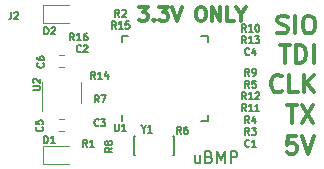
<source format=gto>
G04 #@! TF.GenerationSoftware,KiCad,Pcbnew,5.0-dev-unknown-28f1209~61~ubuntu16.04.1*
G04 #@! TF.CreationDate,2018-02-18T15:31:29+01:00*
G04 #@! TF.ProjectId,ubmp_v1r1,75626D705F763172312E6B696361645F,rev?*
G04 #@! TF.SameCoordinates,Original*
G04 #@! TF.FileFunction,Legend,Top*
G04 #@! TF.FilePolarity,Positive*
%FSLAX46Y46*%
G04 Gerber Fmt 4.6, Leading zero omitted, Abs format (unit mm)*
G04 Created by KiCad (PCBNEW 5.0-dev-unknown-28f1209~61~ubuntu16.04.1) date Sun Feb 18 15:31:29 2018*
%MOMM*%
%LPD*%
G01*
G04 APERTURE LIST*
%ADD10C,0.200000*%
%ADD11C,0.300000*%
%ADD12C,0.150000*%
%ADD13C,0.120000*%
%ADD14C,1.360000*%
%ADD15C,0.100000*%
%ADD16C,1.160000*%
%ADD17O,3.660000X2.160000*%
%ADD18O,0.410000X0.860000*%
%ADD19O,0.860000X0.410000*%
%ADD20C,5.310000*%
%ADD21C,0.810000*%
%ADD22C,0.735000*%
%ADD23C,0.830000*%
%ADD24O,0.560000X2.060000*%
%ADD25C,1.760000*%
G04 APERTURE END LIST*
D10*
X105942857Y-111985714D02*
X105942857Y-112652380D01*
X105514285Y-111985714D02*
X105514285Y-112509523D01*
X105561904Y-112604761D01*
X105657142Y-112652380D01*
X105800000Y-112652380D01*
X105895238Y-112604761D01*
X105942857Y-112557142D01*
X106752380Y-112128571D02*
X106895238Y-112176190D01*
X106942857Y-112223809D01*
X106990476Y-112319047D01*
X106990476Y-112461904D01*
X106942857Y-112557142D01*
X106895238Y-112604761D01*
X106800000Y-112652380D01*
X106419047Y-112652380D01*
X106419047Y-111652380D01*
X106752380Y-111652380D01*
X106847619Y-111700000D01*
X106895238Y-111747619D01*
X106942857Y-111842857D01*
X106942857Y-111938095D01*
X106895238Y-112033333D01*
X106847619Y-112080952D01*
X106752380Y-112128571D01*
X106419047Y-112128571D01*
X107419047Y-112652380D02*
X107419047Y-111652380D01*
X107752380Y-112366666D01*
X108085714Y-111652380D01*
X108085714Y-112652380D01*
X108561904Y-112652380D02*
X108561904Y-111652380D01*
X108942857Y-111652380D01*
X109038095Y-111700000D01*
X109085714Y-111747619D01*
X109133333Y-111842857D01*
X109133333Y-111985714D01*
X109085714Y-112080952D01*
X109038095Y-112128571D01*
X108942857Y-112176190D01*
X108561904Y-112176190D01*
D11*
X112528571Y-101607142D02*
X112742857Y-101678571D01*
X113100000Y-101678571D01*
X113242857Y-101607142D01*
X113314285Y-101535714D01*
X113385714Y-101392857D01*
X113385714Y-101250000D01*
X113314285Y-101107142D01*
X113242857Y-101035714D01*
X113100000Y-100964285D01*
X112814285Y-100892857D01*
X112671428Y-100821428D01*
X112600000Y-100750000D01*
X112528571Y-100607142D01*
X112528571Y-100464285D01*
X112600000Y-100321428D01*
X112671428Y-100250000D01*
X112814285Y-100178571D01*
X113171428Y-100178571D01*
X113385714Y-100250000D01*
X114028571Y-101678571D02*
X114028571Y-100178571D01*
X115028571Y-100178571D02*
X115314285Y-100178571D01*
X115457142Y-100250000D01*
X115600000Y-100392857D01*
X115671428Y-100678571D01*
X115671428Y-101178571D01*
X115600000Y-101464285D01*
X115457142Y-101607142D01*
X115314285Y-101678571D01*
X115028571Y-101678571D01*
X114885714Y-101607142D01*
X114742857Y-101464285D01*
X114671428Y-101178571D01*
X114671428Y-100678571D01*
X114742857Y-100392857D01*
X114885714Y-100250000D01*
X115028571Y-100178571D01*
X112764285Y-102678571D02*
X113621428Y-102678571D01*
X113192857Y-104178571D02*
X113192857Y-102678571D01*
X114121428Y-104178571D02*
X114121428Y-102678571D01*
X114478571Y-102678571D01*
X114692857Y-102750000D01*
X114835714Y-102892857D01*
X114907142Y-103035714D01*
X114978571Y-103321428D01*
X114978571Y-103535714D01*
X114907142Y-103821428D01*
X114835714Y-103964285D01*
X114692857Y-104107142D01*
X114478571Y-104178571D01*
X114121428Y-104178571D01*
X115621428Y-104178571D02*
X115621428Y-102678571D01*
X112907142Y-106535714D02*
X112835714Y-106607142D01*
X112621428Y-106678571D01*
X112478571Y-106678571D01*
X112264285Y-106607142D01*
X112121428Y-106464285D01*
X112050000Y-106321428D01*
X111978571Y-106035714D01*
X111978571Y-105821428D01*
X112050000Y-105535714D01*
X112121428Y-105392857D01*
X112264285Y-105250000D01*
X112478571Y-105178571D01*
X112621428Y-105178571D01*
X112835714Y-105250000D01*
X112907142Y-105321428D01*
X114264285Y-106678571D02*
X113550000Y-106678571D01*
X113550000Y-105178571D01*
X114764285Y-106678571D02*
X114764285Y-105178571D01*
X115621428Y-106678571D02*
X114978571Y-105821428D01*
X115621428Y-105178571D02*
X114764285Y-106035714D01*
X113357142Y-107778571D02*
X114214285Y-107778571D01*
X113785714Y-109278571D02*
X113785714Y-107778571D01*
X114571428Y-107778571D02*
X115571428Y-109278571D01*
X115571428Y-107778571D02*
X114571428Y-109278571D01*
X100814285Y-99442857D02*
X101557142Y-99442857D01*
X101157142Y-99900000D01*
X101328571Y-99900000D01*
X101442857Y-99957142D01*
X101500000Y-100014285D01*
X101557142Y-100128571D01*
X101557142Y-100414285D01*
X101500000Y-100528571D01*
X101442857Y-100585714D01*
X101328571Y-100642857D01*
X100985714Y-100642857D01*
X100871428Y-100585714D01*
X100814285Y-100528571D01*
X102071428Y-100528571D02*
X102128571Y-100585714D01*
X102071428Y-100642857D01*
X102014285Y-100585714D01*
X102071428Y-100528571D01*
X102071428Y-100642857D01*
X102528571Y-99442857D02*
X103271428Y-99442857D01*
X102871428Y-99900000D01*
X103042857Y-99900000D01*
X103157142Y-99957142D01*
X103214285Y-100014285D01*
X103271428Y-100128571D01*
X103271428Y-100414285D01*
X103214285Y-100528571D01*
X103157142Y-100585714D01*
X103042857Y-100642857D01*
X102700000Y-100642857D01*
X102585714Y-100585714D01*
X102528571Y-100528571D01*
X103614285Y-99442857D02*
X104014285Y-100642857D01*
X104414285Y-99442857D01*
X105957142Y-99442857D02*
X106185714Y-99442857D01*
X106300000Y-99500000D01*
X106414285Y-99614285D01*
X106471428Y-99842857D01*
X106471428Y-100242857D01*
X106414285Y-100471428D01*
X106300000Y-100585714D01*
X106185714Y-100642857D01*
X105957142Y-100642857D01*
X105842857Y-100585714D01*
X105728571Y-100471428D01*
X105671428Y-100242857D01*
X105671428Y-99842857D01*
X105728571Y-99614285D01*
X105842857Y-99500000D01*
X105957142Y-99442857D01*
X106985714Y-100642857D02*
X106985714Y-99442857D01*
X107671428Y-100642857D01*
X107671428Y-99442857D01*
X108814285Y-100642857D02*
X108242857Y-100642857D01*
X108242857Y-99442857D01*
X109442857Y-100071428D02*
X109442857Y-100642857D01*
X109042857Y-99442857D02*
X109442857Y-100071428D01*
X109842857Y-99442857D01*
X114114285Y-110378571D02*
X113400000Y-110378571D01*
X113328571Y-111092857D01*
X113400000Y-111021428D01*
X113542857Y-110950000D01*
X113900000Y-110950000D01*
X114042857Y-111021428D01*
X114114285Y-111092857D01*
X114185714Y-111235714D01*
X114185714Y-111592857D01*
X114114285Y-111735714D01*
X114042857Y-111807142D01*
X113900000Y-111878571D01*
X113542857Y-111878571D01*
X113400000Y-111807142D01*
X113328571Y-111735714D01*
X114614285Y-110378571D02*
X115114285Y-111878571D01*
X115614285Y-110378571D01*
D12*
X99375000Y-101875000D02*
X99900000Y-101875000D01*
X106625000Y-109125000D02*
X106100000Y-109125000D01*
X106625000Y-101875000D02*
X106100000Y-101875000D01*
X99375000Y-109125000D02*
X99375000Y-108600000D01*
X106625000Y-109125000D02*
X106625000Y-108600000D01*
X106625000Y-101875000D02*
X106625000Y-102400000D01*
X99375000Y-101875000D02*
X99375000Y-102400000D01*
D13*
X95860000Y-107600000D02*
X95860000Y-105800000D01*
X92640000Y-105800000D02*
X92640000Y-108250000D01*
X92655000Y-100760000D02*
X94925000Y-100760000D01*
X92655000Y-99240000D02*
X92655000Y-100760000D01*
X94925000Y-99240000D02*
X92655000Y-99240000D01*
X94925000Y-111240000D02*
X92655000Y-111240000D01*
X92655000Y-111240000D02*
X92655000Y-112760000D01*
X92655000Y-112760000D02*
X94925000Y-112760000D01*
X94470000Y-103490000D02*
X94030000Y-103490000D01*
X94470000Y-104510000D02*
X94030000Y-104510000D01*
X94030000Y-108890000D02*
X94470000Y-108890000D01*
X94030000Y-109910000D02*
X94470000Y-109910000D01*
D12*
X103800000Y-112000000D02*
X103700000Y-112000000D01*
X103800000Y-110400000D02*
X103800000Y-112000000D01*
X103700000Y-110400000D02*
X103800000Y-110400000D01*
X100400000Y-112000000D02*
X100500000Y-112000000D01*
X100400000Y-110400000D02*
X100400000Y-112000000D01*
X100500000Y-110400000D02*
X100400000Y-110400000D01*
X90000000Y-99871428D02*
X90000000Y-100300000D01*
X89971428Y-100385714D01*
X89914285Y-100442857D01*
X89828571Y-100471428D01*
X89771428Y-100471428D01*
X90257142Y-99928571D02*
X90285714Y-99900000D01*
X90342857Y-99871428D01*
X90485714Y-99871428D01*
X90542857Y-99900000D01*
X90571428Y-99928571D01*
X90600000Y-99985714D01*
X90600000Y-100042857D01*
X90571428Y-100128571D01*
X90228571Y-100471428D01*
X90600000Y-100471428D01*
X98742857Y-109371428D02*
X98742857Y-109857142D01*
X98771428Y-109914285D01*
X98800000Y-109942857D01*
X98857142Y-109971428D01*
X98971428Y-109971428D01*
X99028571Y-109942857D01*
X99057142Y-109914285D01*
X99085714Y-109857142D01*
X99085714Y-109371428D01*
X99685714Y-109971428D02*
X99342857Y-109971428D01*
X99514285Y-109971428D02*
X99514285Y-109371428D01*
X99457142Y-109457142D01*
X99400000Y-109514285D01*
X99342857Y-109542857D01*
X91846428Y-106457142D02*
X92332142Y-106457142D01*
X92389285Y-106428571D01*
X92417857Y-106400000D01*
X92446428Y-106342857D01*
X92446428Y-106228571D01*
X92417857Y-106171428D01*
X92389285Y-106142857D01*
X92332142Y-106114285D01*
X91846428Y-106114285D01*
X91903571Y-105857142D02*
X91875000Y-105828571D01*
X91846428Y-105771428D01*
X91846428Y-105628571D01*
X91875000Y-105571428D01*
X91903571Y-105542857D01*
X91960714Y-105514285D01*
X92017857Y-105514285D01*
X92103571Y-105542857D01*
X92446428Y-105885714D01*
X92446428Y-105514285D01*
X98521428Y-111350000D02*
X98235714Y-111550000D01*
X98521428Y-111692857D02*
X97921428Y-111692857D01*
X97921428Y-111464285D01*
X97950000Y-111407142D01*
X97978571Y-111378571D01*
X98035714Y-111350000D01*
X98121428Y-111350000D01*
X98178571Y-111378571D01*
X98207142Y-111407142D01*
X98235714Y-111464285D01*
X98235714Y-111692857D01*
X98178571Y-111007142D02*
X98150000Y-111064285D01*
X98121428Y-111092857D01*
X98064285Y-111121428D01*
X98035714Y-111121428D01*
X97978571Y-111092857D01*
X97950000Y-111064285D01*
X97921428Y-111007142D01*
X97921428Y-110892857D01*
X97950000Y-110835714D01*
X97978571Y-110807142D01*
X98035714Y-110778571D01*
X98064285Y-110778571D01*
X98121428Y-110807142D01*
X98150000Y-110835714D01*
X98178571Y-110892857D01*
X98178571Y-111007142D01*
X98207142Y-111064285D01*
X98235714Y-111092857D01*
X98292857Y-111121428D01*
X98407142Y-111121428D01*
X98464285Y-111092857D01*
X98492857Y-111064285D01*
X98521428Y-111007142D01*
X98521428Y-110892857D01*
X98492857Y-110835714D01*
X98464285Y-110807142D01*
X98407142Y-110778571D01*
X98292857Y-110778571D01*
X98235714Y-110807142D01*
X98207142Y-110835714D01*
X98178571Y-110892857D01*
X96400000Y-111271428D02*
X96200000Y-110985714D01*
X96057142Y-111271428D02*
X96057142Y-110671428D01*
X96285714Y-110671428D01*
X96342857Y-110700000D01*
X96371428Y-110728571D01*
X96400000Y-110785714D01*
X96400000Y-110871428D01*
X96371428Y-110928571D01*
X96342857Y-110957142D01*
X96285714Y-110985714D01*
X96057142Y-110985714D01*
X96971428Y-111271428D02*
X96628571Y-111271428D01*
X96800000Y-111271428D02*
X96800000Y-110671428D01*
X96742857Y-110757142D01*
X96685714Y-110814285D01*
X96628571Y-110842857D01*
X99150000Y-100271428D02*
X98950000Y-99985714D01*
X98807142Y-100271428D02*
X98807142Y-99671428D01*
X99035714Y-99671428D01*
X99092857Y-99700000D01*
X99121428Y-99728571D01*
X99150000Y-99785714D01*
X99150000Y-99871428D01*
X99121428Y-99928571D01*
X99092857Y-99957142D01*
X99035714Y-99985714D01*
X98807142Y-99985714D01*
X99378571Y-99728571D02*
X99407142Y-99700000D01*
X99464285Y-99671428D01*
X99607142Y-99671428D01*
X99664285Y-99700000D01*
X99692857Y-99728571D01*
X99721428Y-99785714D01*
X99721428Y-99842857D01*
X99692857Y-99928571D01*
X99350000Y-100271428D01*
X99721428Y-100271428D01*
X110150000Y-110271428D02*
X109950000Y-109985714D01*
X109807142Y-110271428D02*
X109807142Y-109671428D01*
X110035714Y-109671428D01*
X110092857Y-109700000D01*
X110121428Y-109728571D01*
X110150000Y-109785714D01*
X110150000Y-109871428D01*
X110121428Y-109928571D01*
X110092857Y-109957142D01*
X110035714Y-109985714D01*
X109807142Y-109985714D01*
X110350000Y-109671428D02*
X110721428Y-109671428D01*
X110521428Y-109900000D01*
X110607142Y-109900000D01*
X110664285Y-109928571D01*
X110692857Y-109957142D01*
X110721428Y-110014285D01*
X110721428Y-110157142D01*
X110692857Y-110214285D01*
X110664285Y-110242857D01*
X110607142Y-110271428D01*
X110435714Y-110271428D01*
X110378571Y-110242857D01*
X110350000Y-110214285D01*
X110150000Y-109271428D02*
X109950000Y-108985714D01*
X109807142Y-109271428D02*
X109807142Y-108671428D01*
X110035714Y-108671428D01*
X110092857Y-108700000D01*
X110121428Y-108728571D01*
X110150000Y-108785714D01*
X110150000Y-108871428D01*
X110121428Y-108928571D01*
X110092857Y-108957142D01*
X110035714Y-108985714D01*
X109807142Y-108985714D01*
X110664285Y-108871428D02*
X110664285Y-109271428D01*
X110521428Y-108642857D02*
X110378571Y-109071428D01*
X110750000Y-109071428D01*
X110150000Y-106271428D02*
X109950000Y-105985714D01*
X109807142Y-106271428D02*
X109807142Y-105671428D01*
X110035714Y-105671428D01*
X110092857Y-105700000D01*
X110121428Y-105728571D01*
X110150000Y-105785714D01*
X110150000Y-105871428D01*
X110121428Y-105928571D01*
X110092857Y-105957142D01*
X110035714Y-105985714D01*
X109807142Y-105985714D01*
X110692857Y-105671428D02*
X110407142Y-105671428D01*
X110378571Y-105957142D01*
X110407142Y-105928571D01*
X110464285Y-105900000D01*
X110607142Y-105900000D01*
X110664285Y-105928571D01*
X110692857Y-105957142D01*
X110721428Y-106014285D01*
X110721428Y-106157142D01*
X110692857Y-106214285D01*
X110664285Y-106242857D01*
X110607142Y-106271428D01*
X110464285Y-106271428D01*
X110407142Y-106242857D01*
X110378571Y-106214285D01*
X104400000Y-110171428D02*
X104200000Y-109885714D01*
X104057142Y-110171428D02*
X104057142Y-109571428D01*
X104285714Y-109571428D01*
X104342857Y-109600000D01*
X104371428Y-109628571D01*
X104400000Y-109685714D01*
X104400000Y-109771428D01*
X104371428Y-109828571D01*
X104342857Y-109857142D01*
X104285714Y-109885714D01*
X104057142Y-109885714D01*
X104914285Y-109571428D02*
X104800000Y-109571428D01*
X104742857Y-109600000D01*
X104714285Y-109628571D01*
X104657142Y-109714285D01*
X104628571Y-109828571D01*
X104628571Y-110057142D01*
X104657142Y-110114285D01*
X104685714Y-110142857D01*
X104742857Y-110171428D01*
X104857142Y-110171428D01*
X104914285Y-110142857D01*
X104942857Y-110114285D01*
X104971428Y-110057142D01*
X104971428Y-109914285D01*
X104942857Y-109857142D01*
X104914285Y-109828571D01*
X104857142Y-109800000D01*
X104742857Y-109800000D01*
X104685714Y-109828571D01*
X104657142Y-109857142D01*
X104628571Y-109914285D01*
X110150000Y-105271428D02*
X109950000Y-104985714D01*
X109807142Y-105271428D02*
X109807142Y-104671428D01*
X110035714Y-104671428D01*
X110092857Y-104700000D01*
X110121428Y-104728571D01*
X110150000Y-104785714D01*
X110150000Y-104871428D01*
X110121428Y-104928571D01*
X110092857Y-104957142D01*
X110035714Y-104985714D01*
X109807142Y-104985714D01*
X110435714Y-105271428D02*
X110550000Y-105271428D01*
X110607142Y-105242857D01*
X110635714Y-105214285D01*
X110692857Y-105128571D01*
X110721428Y-105014285D01*
X110721428Y-104785714D01*
X110692857Y-104728571D01*
X110664285Y-104700000D01*
X110607142Y-104671428D01*
X110492857Y-104671428D01*
X110435714Y-104700000D01*
X110407142Y-104728571D01*
X110378571Y-104785714D01*
X110378571Y-104928571D01*
X110407142Y-104985714D01*
X110435714Y-105014285D01*
X110492857Y-105042857D01*
X110607142Y-105042857D01*
X110664285Y-105014285D01*
X110692857Y-104985714D01*
X110721428Y-104928571D01*
X109864285Y-108271428D02*
X109664285Y-107985714D01*
X109521428Y-108271428D02*
X109521428Y-107671428D01*
X109750000Y-107671428D01*
X109807142Y-107700000D01*
X109835714Y-107728571D01*
X109864285Y-107785714D01*
X109864285Y-107871428D01*
X109835714Y-107928571D01*
X109807142Y-107957142D01*
X109750000Y-107985714D01*
X109521428Y-107985714D01*
X110435714Y-108271428D02*
X110092857Y-108271428D01*
X110264285Y-108271428D02*
X110264285Y-107671428D01*
X110207142Y-107757142D01*
X110150000Y-107814285D01*
X110092857Y-107842857D01*
X111007142Y-108271428D02*
X110664285Y-108271428D01*
X110835714Y-108271428D02*
X110835714Y-107671428D01*
X110778571Y-107757142D01*
X110721428Y-107814285D01*
X110664285Y-107842857D01*
X109864285Y-107271428D02*
X109664285Y-106985714D01*
X109521428Y-107271428D02*
X109521428Y-106671428D01*
X109750000Y-106671428D01*
X109807142Y-106700000D01*
X109835714Y-106728571D01*
X109864285Y-106785714D01*
X109864285Y-106871428D01*
X109835714Y-106928571D01*
X109807142Y-106957142D01*
X109750000Y-106985714D01*
X109521428Y-106985714D01*
X110435714Y-107271428D02*
X110092857Y-107271428D01*
X110264285Y-107271428D02*
X110264285Y-106671428D01*
X110207142Y-106757142D01*
X110150000Y-106814285D01*
X110092857Y-106842857D01*
X110664285Y-106728571D02*
X110692857Y-106700000D01*
X110750000Y-106671428D01*
X110892857Y-106671428D01*
X110950000Y-106700000D01*
X110978571Y-106728571D01*
X111007142Y-106785714D01*
X111007142Y-106842857D01*
X110978571Y-106928571D01*
X110635714Y-107271428D01*
X111007142Y-107271428D01*
X109864285Y-102521428D02*
X109664285Y-102235714D01*
X109521428Y-102521428D02*
X109521428Y-101921428D01*
X109750000Y-101921428D01*
X109807142Y-101950000D01*
X109835714Y-101978571D01*
X109864285Y-102035714D01*
X109864285Y-102121428D01*
X109835714Y-102178571D01*
X109807142Y-102207142D01*
X109750000Y-102235714D01*
X109521428Y-102235714D01*
X110435714Y-102521428D02*
X110092857Y-102521428D01*
X110264285Y-102521428D02*
X110264285Y-101921428D01*
X110207142Y-102007142D01*
X110150000Y-102064285D01*
X110092857Y-102092857D01*
X110635714Y-101921428D02*
X111007142Y-101921428D01*
X110807142Y-102150000D01*
X110892857Y-102150000D01*
X110950000Y-102178571D01*
X110978571Y-102207142D01*
X111007142Y-102264285D01*
X111007142Y-102407142D01*
X110978571Y-102464285D01*
X110950000Y-102492857D01*
X110892857Y-102521428D01*
X110721428Y-102521428D01*
X110664285Y-102492857D01*
X110635714Y-102464285D01*
X97114285Y-105521428D02*
X96914285Y-105235714D01*
X96771428Y-105521428D02*
X96771428Y-104921428D01*
X97000000Y-104921428D01*
X97057142Y-104950000D01*
X97085714Y-104978571D01*
X97114285Y-105035714D01*
X97114285Y-105121428D01*
X97085714Y-105178571D01*
X97057142Y-105207142D01*
X97000000Y-105235714D01*
X96771428Y-105235714D01*
X97685714Y-105521428D02*
X97342857Y-105521428D01*
X97514285Y-105521428D02*
X97514285Y-104921428D01*
X97457142Y-105007142D01*
X97400000Y-105064285D01*
X97342857Y-105092857D01*
X98200000Y-105121428D02*
X98200000Y-105521428D01*
X98057142Y-104892857D02*
X97914285Y-105321428D01*
X98285714Y-105321428D01*
X97400000Y-107521428D02*
X97200000Y-107235714D01*
X97057142Y-107521428D02*
X97057142Y-106921428D01*
X97285714Y-106921428D01*
X97342857Y-106950000D01*
X97371428Y-106978571D01*
X97400000Y-107035714D01*
X97400000Y-107121428D01*
X97371428Y-107178571D01*
X97342857Y-107207142D01*
X97285714Y-107235714D01*
X97057142Y-107235714D01*
X97600000Y-106921428D02*
X98000000Y-106921428D01*
X97742857Y-107521428D01*
X98864285Y-101271428D02*
X98664285Y-100985714D01*
X98521428Y-101271428D02*
X98521428Y-100671428D01*
X98750000Y-100671428D01*
X98807142Y-100700000D01*
X98835714Y-100728571D01*
X98864285Y-100785714D01*
X98864285Y-100871428D01*
X98835714Y-100928571D01*
X98807142Y-100957142D01*
X98750000Y-100985714D01*
X98521428Y-100985714D01*
X99435714Y-101271428D02*
X99092857Y-101271428D01*
X99264285Y-101271428D02*
X99264285Y-100671428D01*
X99207142Y-100757142D01*
X99150000Y-100814285D01*
X99092857Y-100842857D01*
X99978571Y-100671428D02*
X99692857Y-100671428D01*
X99664285Y-100957142D01*
X99692857Y-100928571D01*
X99750000Y-100900000D01*
X99892857Y-100900000D01*
X99950000Y-100928571D01*
X99978571Y-100957142D01*
X100007142Y-101014285D01*
X100007142Y-101157142D01*
X99978571Y-101214285D01*
X99950000Y-101242857D01*
X99892857Y-101271428D01*
X99750000Y-101271428D01*
X99692857Y-101242857D01*
X99664285Y-101214285D01*
X95314285Y-102271428D02*
X95114285Y-101985714D01*
X94971428Y-102271428D02*
X94971428Y-101671428D01*
X95200000Y-101671428D01*
X95257142Y-101700000D01*
X95285714Y-101728571D01*
X95314285Y-101785714D01*
X95314285Y-101871428D01*
X95285714Y-101928571D01*
X95257142Y-101957142D01*
X95200000Y-101985714D01*
X94971428Y-101985714D01*
X95885714Y-102271428D02*
X95542857Y-102271428D01*
X95714285Y-102271428D02*
X95714285Y-101671428D01*
X95657142Y-101757142D01*
X95600000Y-101814285D01*
X95542857Y-101842857D01*
X96400000Y-101671428D02*
X96285714Y-101671428D01*
X96228571Y-101700000D01*
X96200000Y-101728571D01*
X96142857Y-101814285D01*
X96114285Y-101928571D01*
X96114285Y-102157142D01*
X96142857Y-102214285D01*
X96171428Y-102242857D01*
X96228571Y-102271428D01*
X96342857Y-102271428D01*
X96400000Y-102242857D01*
X96428571Y-102214285D01*
X96457142Y-102157142D01*
X96457142Y-102014285D01*
X96428571Y-101957142D01*
X96400000Y-101928571D01*
X96342857Y-101900000D01*
X96228571Y-101900000D01*
X96171428Y-101928571D01*
X96142857Y-101957142D01*
X96114285Y-102014285D01*
X109864285Y-101521428D02*
X109664285Y-101235714D01*
X109521428Y-101521428D02*
X109521428Y-100921428D01*
X109750000Y-100921428D01*
X109807142Y-100950000D01*
X109835714Y-100978571D01*
X109864285Y-101035714D01*
X109864285Y-101121428D01*
X109835714Y-101178571D01*
X109807142Y-101207142D01*
X109750000Y-101235714D01*
X109521428Y-101235714D01*
X110435714Y-101521428D02*
X110092857Y-101521428D01*
X110264285Y-101521428D02*
X110264285Y-100921428D01*
X110207142Y-101007142D01*
X110150000Y-101064285D01*
X110092857Y-101092857D01*
X110807142Y-100921428D02*
X110864285Y-100921428D01*
X110921428Y-100950000D01*
X110950000Y-100978571D01*
X110978571Y-101035714D01*
X111007142Y-101150000D01*
X111007142Y-101292857D01*
X110978571Y-101407142D01*
X110950000Y-101464285D01*
X110921428Y-101492857D01*
X110864285Y-101521428D01*
X110807142Y-101521428D01*
X110750000Y-101492857D01*
X110721428Y-101464285D01*
X110692857Y-101407142D01*
X110664285Y-101292857D01*
X110664285Y-101150000D01*
X110692857Y-101035714D01*
X110721428Y-100978571D01*
X110750000Y-100950000D01*
X110807142Y-100921428D01*
X92807142Y-101771428D02*
X92807142Y-101171428D01*
X92950000Y-101171428D01*
X93035714Y-101200000D01*
X93092857Y-101257142D01*
X93121428Y-101314285D01*
X93150000Y-101428571D01*
X93150000Y-101514285D01*
X93121428Y-101628571D01*
X93092857Y-101685714D01*
X93035714Y-101742857D01*
X92950000Y-101771428D01*
X92807142Y-101771428D01*
X93378571Y-101228571D02*
X93407142Y-101200000D01*
X93464285Y-101171428D01*
X93607142Y-101171428D01*
X93664285Y-101200000D01*
X93692857Y-101228571D01*
X93721428Y-101285714D01*
X93721428Y-101342857D01*
X93692857Y-101428571D01*
X93350000Y-101771428D01*
X93721428Y-101771428D01*
X92757142Y-110971428D02*
X92757142Y-110371428D01*
X92900000Y-110371428D01*
X92985714Y-110400000D01*
X93042857Y-110457142D01*
X93071428Y-110514285D01*
X93100000Y-110628571D01*
X93100000Y-110714285D01*
X93071428Y-110828571D01*
X93042857Y-110885714D01*
X92985714Y-110942857D01*
X92900000Y-110971428D01*
X92757142Y-110971428D01*
X93671428Y-110971428D02*
X93328571Y-110971428D01*
X93500000Y-110971428D02*
X93500000Y-110371428D01*
X93442857Y-110457142D01*
X93385714Y-110514285D01*
X93328571Y-110542857D01*
X92714285Y-104200000D02*
X92742857Y-104228571D01*
X92771428Y-104314285D01*
X92771428Y-104371428D01*
X92742857Y-104457142D01*
X92685714Y-104514285D01*
X92628571Y-104542857D01*
X92514285Y-104571428D01*
X92428571Y-104571428D01*
X92314285Y-104542857D01*
X92257142Y-104514285D01*
X92200000Y-104457142D01*
X92171428Y-104371428D01*
X92171428Y-104314285D01*
X92200000Y-104228571D01*
X92228571Y-104200000D01*
X92171428Y-103685714D02*
X92171428Y-103800000D01*
X92200000Y-103857142D01*
X92228571Y-103885714D01*
X92314285Y-103942857D01*
X92428571Y-103971428D01*
X92657142Y-103971428D01*
X92714285Y-103942857D01*
X92742857Y-103914285D01*
X92771428Y-103857142D01*
X92771428Y-103742857D01*
X92742857Y-103685714D01*
X92714285Y-103657142D01*
X92657142Y-103628571D01*
X92514285Y-103628571D01*
X92457142Y-103657142D01*
X92428571Y-103685714D01*
X92400000Y-103742857D01*
X92400000Y-103857142D01*
X92428571Y-103914285D01*
X92457142Y-103942857D01*
X92514285Y-103971428D01*
X92614285Y-109600000D02*
X92642857Y-109628571D01*
X92671428Y-109714285D01*
X92671428Y-109771428D01*
X92642857Y-109857142D01*
X92585714Y-109914285D01*
X92528571Y-109942857D01*
X92414285Y-109971428D01*
X92328571Y-109971428D01*
X92214285Y-109942857D01*
X92157142Y-109914285D01*
X92100000Y-109857142D01*
X92071428Y-109771428D01*
X92071428Y-109714285D01*
X92100000Y-109628571D01*
X92128571Y-109600000D01*
X92071428Y-109057142D02*
X92071428Y-109342857D01*
X92357142Y-109371428D01*
X92328571Y-109342857D01*
X92300000Y-109285714D01*
X92300000Y-109142857D01*
X92328571Y-109085714D01*
X92357142Y-109057142D01*
X92414285Y-109028571D01*
X92557142Y-109028571D01*
X92614285Y-109057142D01*
X92642857Y-109085714D01*
X92671428Y-109142857D01*
X92671428Y-109285714D01*
X92642857Y-109342857D01*
X92614285Y-109371428D01*
X110150000Y-111214285D02*
X110121428Y-111242857D01*
X110035714Y-111271428D01*
X109978571Y-111271428D01*
X109892857Y-111242857D01*
X109835714Y-111185714D01*
X109807142Y-111128571D01*
X109778571Y-111014285D01*
X109778571Y-110928571D01*
X109807142Y-110814285D01*
X109835714Y-110757142D01*
X109892857Y-110700000D01*
X109978571Y-110671428D01*
X110035714Y-110671428D01*
X110121428Y-110700000D01*
X110150000Y-110728571D01*
X110721428Y-111271428D02*
X110378571Y-111271428D01*
X110550000Y-111271428D02*
X110550000Y-110671428D01*
X110492857Y-110757142D01*
X110435714Y-110814285D01*
X110378571Y-110842857D01*
X110150000Y-103464285D02*
X110121428Y-103492857D01*
X110035714Y-103521428D01*
X109978571Y-103521428D01*
X109892857Y-103492857D01*
X109835714Y-103435714D01*
X109807142Y-103378571D01*
X109778571Y-103264285D01*
X109778571Y-103178571D01*
X109807142Y-103064285D01*
X109835714Y-103007142D01*
X109892857Y-102950000D01*
X109978571Y-102921428D01*
X110035714Y-102921428D01*
X110121428Y-102950000D01*
X110150000Y-102978571D01*
X110664285Y-103121428D02*
X110664285Y-103521428D01*
X110521428Y-102892857D02*
X110378571Y-103321428D01*
X110750000Y-103321428D01*
X97400000Y-109464285D02*
X97371428Y-109492857D01*
X97285714Y-109521428D01*
X97228571Y-109521428D01*
X97142857Y-109492857D01*
X97085714Y-109435714D01*
X97057142Y-109378571D01*
X97028571Y-109264285D01*
X97028571Y-109178571D01*
X97057142Y-109064285D01*
X97085714Y-109007142D01*
X97142857Y-108950000D01*
X97228571Y-108921428D01*
X97285714Y-108921428D01*
X97371428Y-108950000D01*
X97400000Y-108978571D01*
X97600000Y-108921428D02*
X97971428Y-108921428D01*
X97771428Y-109150000D01*
X97857142Y-109150000D01*
X97914285Y-109178571D01*
X97942857Y-109207142D01*
X97971428Y-109264285D01*
X97971428Y-109407142D01*
X97942857Y-109464285D01*
X97914285Y-109492857D01*
X97857142Y-109521428D01*
X97685714Y-109521428D01*
X97628571Y-109492857D01*
X97600000Y-109464285D01*
X95900000Y-103214285D02*
X95871428Y-103242857D01*
X95785714Y-103271428D01*
X95728571Y-103271428D01*
X95642857Y-103242857D01*
X95585714Y-103185714D01*
X95557142Y-103128571D01*
X95528571Y-103014285D01*
X95528571Y-102928571D01*
X95557142Y-102814285D01*
X95585714Y-102757142D01*
X95642857Y-102700000D01*
X95728571Y-102671428D01*
X95785714Y-102671428D01*
X95871428Y-102700000D01*
X95900000Y-102728571D01*
X96128571Y-102728571D02*
X96157142Y-102700000D01*
X96214285Y-102671428D01*
X96357142Y-102671428D01*
X96414285Y-102700000D01*
X96442857Y-102728571D01*
X96471428Y-102785714D01*
X96471428Y-102842857D01*
X96442857Y-102928571D01*
X96100000Y-103271428D01*
X96471428Y-103271428D01*
X101214285Y-109785714D02*
X101214285Y-110071428D01*
X101014285Y-109471428D02*
X101214285Y-109785714D01*
X101414285Y-109471428D01*
X101928571Y-110071428D02*
X101585714Y-110071428D01*
X101757142Y-110071428D02*
X101757142Y-109471428D01*
X101700000Y-109557142D01*
X101642857Y-109614285D01*
X101585714Y-109642857D01*
%LPC*%
D14*
X87600000Y-103700000D03*
X87600000Y-108300000D03*
D15*
G36*
X91518425Y-108981396D02*
X91546576Y-108985572D01*
X91574183Y-108992487D01*
X91600978Y-109002075D01*
X91626705Y-109014243D01*
X91651115Y-109028874D01*
X91673974Y-109045827D01*
X91695061Y-109064939D01*
X91714173Y-109086026D01*
X91731126Y-109108885D01*
X91745757Y-109133295D01*
X91757925Y-109159022D01*
X91767513Y-109185817D01*
X91774428Y-109213424D01*
X91778604Y-109241575D01*
X91780000Y-109270000D01*
X91780000Y-109850000D01*
X91778604Y-109878425D01*
X91774428Y-109906576D01*
X91767513Y-109934183D01*
X91757925Y-109960978D01*
X91745757Y-109986705D01*
X91731126Y-110011115D01*
X91714173Y-110033974D01*
X91695061Y-110055061D01*
X91673974Y-110074173D01*
X91651115Y-110091126D01*
X91626705Y-110105757D01*
X91600978Y-110117925D01*
X91574183Y-110127513D01*
X91546576Y-110134428D01*
X91518425Y-110138604D01*
X91490000Y-110140000D01*
X89410000Y-110140000D01*
X89381575Y-110138604D01*
X89353424Y-110134428D01*
X89325817Y-110127513D01*
X89299022Y-110117925D01*
X89273295Y-110105757D01*
X89248885Y-110091126D01*
X89226026Y-110074173D01*
X89204939Y-110055061D01*
X89185827Y-110033974D01*
X89168874Y-110011115D01*
X89154243Y-109986705D01*
X89142075Y-109960978D01*
X89132487Y-109934183D01*
X89125572Y-109906576D01*
X89121396Y-109878425D01*
X89120000Y-109850000D01*
X89120000Y-109270000D01*
X89121396Y-109241575D01*
X89125572Y-109213424D01*
X89132487Y-109185817D01*
X89142075Y-109159022D01*
X89154243Y-109133295D01*
X89168874Y-109108885D01*
X89185827Y-109086026D01*
X89204939Y-109064939D01*
X89226026Y-109045827D01*
X89248885Y-109028874D01*
X89273295Y-109014243D01*
X89299022Y-109002075D01*
X89325817Y-108992487D01*
X89353424Y-108985572D01*
X89381575Y-108981396D01*
X89410000Y-108980000D01*
X91490000Y-108980000D01*
X91518425Y-108981396D01*
X91518425Y-108981396D01*
G37*
D16*
X90450000Y-109560000D03*
D15*
G36*
X91518425Y-106441396D02*
X91546576Y-106445572D01*
X91574183Y-106452487D01*
X91600978Y-106462075D01*
X91626705Y-106474243D01*
X91651115Y-106488874D01*
X91673974Y-106505827D01*
X91695061Y-106524939D01*
X91714173Y-106546026D01*
X91731126Y-106568885D01*
X91745757Y-106593295D01*
X91757925Y-106619022D01*
X91767513Y-106645817D01*
X91774428Y-106673424D01*
X91778604Y-106701575D01*
X91780000Y-106730000D01*
X91780000Y-107310000D01*
X91778604Y-107338425D01*
X91774428Y-107366576D01*
X91767513Y-107394183D01*
X91757925Y-107420978D01*
X91745757Y-107446705D01*
X91731126Y-107471115D01*
X91714173Y-107493974D01*
X91695061Y-107515061D01*
X91673974Y-107534173D01*
X91651115Y-107551126D01*
X91626705Y-107565757D01*
X91600978Y-107577925D01*
X91574183Y-107587513D01*
X91546576Y-107594428D01*
X91518425Y-107598604D01*
X91490000Y-107600000D01*
X89410000Y-107600000D01*
X89381575Y-107598604D01*
X89353424Y-107594428D01*
X89325817Y-107587513D01*
X89299022Y-107577925D01*
X89273295Y-107565757D01*
X89248885Y-107551126D01*
X89226026Y-107534173D01*
X89204939Y-107515061D01*
X89185827Y-107493974D01*
X89168874Y-107471115D01*
X89154243Y-107446705D01*
X89142075Y-107420978D01*
X89132487Y-107394183D01*
X89125572Y-107366576D01*
X89121396Y-107338425D01*
X89120000Y-107310000D01*
X89120000Y-106730000D01*
X89121396Y-106701575D01*
X89125572Y-106673424D01*
X89132487Y-106645817D01*
X89142075Y-106619022D01*
X89154243Y-106593295D01*
X89168874Y-106568885D01*
X89185827Y-106546026D01*
X89204939Y-106524939D01*
X89226026Y-106505827D01*
X89248885Y-106488874D01*
X89273295Y-106474243D01*
X89299022Y-106462075D01*
X89325817Y-106452487D01*
X89353424Y-106445572D01*
X89381575Y-106441396D01*
X89410000Y-106440000D01*
X91490000Y-106440000D01*
X91518425Y-106441396D01*
X91518425Y-106441396D01*
G37*
D16*
X90450000Y-107020000D03*
D15*
G36*
X91518425Y-104411396D02*
X91546576Y-104415572D01*
X91574183Y-104422487D01*
X91600978Y-104432075D01*
X91626705Y-104444243D01*
X91651115Y-104458874D01*
X91673974Y-104475827D01*
X91695061Y-104494939D01*
X91714173Y-104516026D01*
X91731126Y-104538885D01*
X91745757Y-104563295D01*
X91757925Y-104589022D01*
X91767513Y-104615817D01*
X91774428Y-104643424D01*
X91778604Y-104671575D01*
X91780000Y-104700000D01*
X91780000Y-105280000D01*
X91778604Y-105308425D01*
X91774428Y-105336576D01*
X91767513Y-105364183D01*
X91757925Y-105390978D01*
X91745757Y-105416705D01*
X91731126Y-105441115D01*
X91714173Y-105463974D01*
X91695061Y-105485061D01*
X91673974Y-105504173D01*
X91651115Y-105521126D01*
X91626705Y-105535757D01*
X91600978Y-105547925D01*
X91574183Y-105557513D01*
X91546576Y-105564428D01*
X91518425Y-105568604D01*
X91490000Y-105570000D01*
X89410000Y-105570000D01*
X89381575Y-105568604D01*
X89353424Y-105564428D01*
X89325817Y-105557513D01*
X89299022Y-105547925D01*
X89273295Y-105535757D01*
X89248885Y-105521126D01*
X89226026Y-105504173D01*
X89204939Y-105485061D01*
X89185827Y-105463974D01*
X89168874Y-105441115D01*
X89154243Y-105416705D01*
X89142075Y-105390978D01*
X89132487Y-105364183D01*
X89125572Y-105336576D01*
X89121396Y-105308425D01*
X89120000Y-105280000D01*
X89120000Y-104700000D01*
X89121396Y-104671575D01*
X89125572Y-104643424D01*
X89132487Y-104615817D01*
X89142075Y-104589022D01*
X89154243Y-104563295D01*
X89168874Y-104538885D01*
X89185827Y-104516026D01*
X89204939Y-104494939D01*
X89226026Y-104475827D01*
X89248885Y-104458874D01*
X89273295Y-104444243D01*
X89299022Y-104432075D01*
X89325817Y-104422487D01*
X89353424Y-104415572D01*
X89381575Y-104411396D01*
X89410000Y-104410000D01*
X91490000Y-104410000D01*
X91518425Y-104411396D01*
X91518425Y-104411396D01*
G37*
D16*
X90450000Y-104990000D03*
D15*
G36*
X91518425Y-101871396D02*
X91546576Y-101875572D01*
X91574183Y-101882487D01*
X91600978Y-101892075D01*
X91626705Y-101904243D01*
X91651115Y-101918874D01*
X91673974Y-101935827D01*
X91695061Y-101954939D01*
X91714173Y-101976026D01*
X91731126Y-101998885D01*
X91745757Y-102023295D01*
X91757925Y-102049022D01*
X91767513Y-102075817D01*
X91774428Y-102103424D01*
X91778604Y-102131575D01*
X91780000Y-102160000D01*
X91780000Y-102740000D01*
X91778604Y-102768425D01*
X91774428Y-102796576D01*
X91767513Y-102824183D01*
X91757925Y-102850978D01*
X91745757Y-102876705D01*
X91731126Y-102901115D01*
X91714173Y-102923974D01*
X91695061Y-102945061D01*
X91673974Y-102964173D01*
X91651115Y-102981126D01*
X91626705Y-102995757D01*
X91600978Y-103007925D01*
X91574183Y-103017513D01*
X91546576Y-103024428D01*
X91518425Y-103028604D01*
X91490000Y-103030000D01*
X89410000Y-103030000D01*
X89381575Y-103028604D01*
X89353424Y-103024428D01*
X89325817Y-103017513D01*
X89299022Y-103007925D01*
X89273295Y-102995757D01*
X89248885Y-102981126D01*
X89226026Y-102964173D01*
X89204939Y-102945061D01*
X89185827Y-102923974D01*
X89168874Y-102901115D01*
X89154243Y-102876705D01*
X89142075Y-102850978D01*
X89132487Y-102824183D01*
X89125572Y-102796576D01*
X89121396Y-102768425D01*
X89120000Y-102740000D01*
X89120000Y-102160000D01*
X89121396Y-102131575D01*
X89125572Y-102103424D01*
X89132487Y-102075817D01*
X89142075Y-102049022D01*
X89154243Y-102023295D01*
X89168874Y-101998885D01*
X89185827Y-101976026D01*
X89204939Y-101954939D01*
X89226026Y-101935827D01*
X89248885Y-101918874D01*
X89273295Y-101904243D01*
X89299022Y-101892075D01*
X89325817Y-101882487D01*
X89353424Y-101875572D01*
X89381575Y-101871396D01*
X89410000Y-101870000D01*
X91490000Y-101870000D01*
X91518425Y-101871396D01*
X91518425Y-101871396D01*
G37*
D16*
X90450000Y-102450000D03*
D17*
X87700000Y-111850000D03*
X87700000Y-100150000D03*
D18*
X100250000Y-108900000D03*
X100750000Y-108900000D03*
X101250000Y-108900000D03*
X101750000Y-108900000D03*
X102250000Y-108900000D03*
X102750000Y-108900000D03*
X103250000Y-108900000D03*
X103750000Y-108900000D03*
X104250000Y-108900000D03*
X104750000Y-108900000D03*
X105250000Y-108900000D03*
X105750000Y-108900000D03*
D19*
X106400000Y-108250000D03*
X106400000Y-107750000D03*
X106400000Y-107250000D03*
X106400000Y-106750000D03*
X106400000Y-106250000D03*
X106400000Y-105750000D03*
X106400000Y-105250000D03*
X106400000Y-104750000D03*
X106400000Y-104250000D03*
X106400000Y-103750000D03*
X106400000Y-103250000D03*
X106400000Y-102750000D03*
D18*
X105750000Y-102100000D03*
X105250000Y-102100000D03*
X104750000Y-102100000D03*
X104250000Y-102100000D03*
X103750000Y-102100000D03*
X103250000Y-102100000D03*
X102750000Y-102100000D03*
X102250000Y-102100000D03*
X101750000Y-102100000D03*
X101250000Y-102100000D03*
X100750000Y-102100000D03*
X100250000Y-102100000D03*
D19*
X99600000Y-102750000D03*
X99600000Y-103250000D03*
X99600000Y-103750000D03*
X99600000Y-104250000D03*
X99600000Y-104750000D03*
X99600000Y-105250000D03*
X99600000Y-105750000D03*
X99600000Y-106250000D03*
X99600000Y-106750000D03*
X99600000Y-107250000D03*
X99600000Y-107750000D03*
X99600000Y-108250000D03*
D15*
G36*
X105176047Y-102847557D02*
X105227593Y-102855203D01*
X105278141Y-102867865D01*
X105327205Y-102885420D01*
X105374312Y-102907700D01*
X105419008Y-102934490D01*
X105460863Y-102965531D01*
X105499474Y-103000526D01*
X105534469Y-103039137D01*
X105565510Y-103080992D01*
X105592300Y-103125688D01*
X105614580Y-103172795D01*
X105632135Y-103221859D01*
X105644797Y-103272407D01*
X105652443Y-103323953D01*
X105655000Y-103376000D01*
X105655000Y-107624000D01*
X105652443Y-107676047D01*
X105644797Y-107727593D01*
X105632135Y-107778141D01*
X105614580Y-107827205D01*
X105592300Y-107874312D01*
X105565510Y-107919008D01*
X105534469Y-107960863D01*
X105499474Y-107999474D01*
X105460863Y-108034469D01*
X105419008Y-108065510D01*
X105374312Y-108092300D01*
X105327205Y-108114580D01*
X105278141Y-108132135D01*
X105227593Y-108144797D01*
X105176047Y-108152443D01*
X105124000Y-108155000D01*
X100876000Y-108155000D01*
X100823953Y-108152443D01*
X100772407Y-108144797D01*
X100721859Y-108132135D01*
X100672795Y-108114580D01*
X100625688Y-108092300D01*
X100580992Y-108065510D01*
X100539137Y-108034469D01*
X100500526Y-107999474D01*
X100465531Y-107960863D01*
X100434490Y-107919008D01*
X100407700Y-107874312D01*
X100385420Y-107827205D01*
X100367865Y-107778141D01*
X100355203Y-107727593D01*
X100347557Y-107676047D01*
X100345000Y-107624000D01*
X100345000Y-103376000D01*
X100347557Y-103323953D01*
X100355203Y-103272407D01*
X100367865Y-103221859D01*
X100385420Y-103172795D01*
X100407700Y-103125688D01*
X100434490Y-103080992D01*
X100465531Y-103039137D01*
X100500526Y-103000526D01*
X100539137Y-102965531D01*
X100580992Y-102934490D01*
X100625688Y-102907700D01*
X100672795Y-102885420D01*
X100721859Y-102867865D01*
X100772407Y-102855203D01*
X100823953Y-102847557D01*
X100876000Y-102845000D01*
X105124000Y-102845000D01*
X105176047Y-102847557D01*
X105176047Y-102847557D01*
G37*
D20*
X103000000Y-105500000D03*
D15*
G36*
X93522348Y-107290975D02*
X93542006Y-107293891D01*
X93561283Y-107298720D01*
X93579993Y-107305414D01*
X93597958Y-107313911D01*
X93615003Y-107324127D01*
X93630965Y-107335965D01*
X93645689Y-107349311D01*
X93659035Y-107364035D01*
X93670873Y-107379997D01*
X93681089Y-107397042D01*
X93689586Y-107415007D01*
X93696280Y-107433717D01*
X93701109Y-107452994D01*
X93704025Y-107472652D01*
X93705000Y-107492500D01*
X93705000Y-108307500D01*
X93704025Y-108327348D01*
X93701109Y-108347006D01*
X93696280Y-108366283D01*
X93689586Y-108384993D01*
X93681089Y-108402958D01*
X93670873Y-108420003D01*
X93659035Y-108435965D01*
X93645689Y-108450689D01*
X93630965Y-108464035D01*
X93615003Y-108475873D01*
X93597958Y-108486089D01*
X93579993Y-108494586D01*
X93561283Y-108501280D01*
X93542006Y-108506109D01*
X93522348Y-108509025D01*
X93502500Y-108510000D01*
X93097500Y-108510000D01*
X93077652Y-108509025D01*
X93057994Y-108506109D01*
X93038717Y-108501280D01*
X93020007Y-108494586D01*
X93002042Y-108486089D01*
X92984997Y-108475873D01*
X92969035Y-108464035D01*
X92954311Y-108450689D01*
X92940965Y-108435965D01*
X92929127Y-108420003D01*
X92918911Y-108402958D01*
X92910414Y-108384993D01*
X92903720Y-108366283D01*
X92898891Y-108347006D01*
X92895975Y-108327348D01*
X92895000Y-108307500D01*
X92895000Y-107492500D01*
X92895975Y-107472652D01*
X92898891Y-107452994D01*
X92903720Y-107433717D01*
X92910414Y-107415007D01*
X92918911Y-107397042D01*
X92929127Y-107379997D01*
X92940965Y-107364035D01*
X92954311Y-107349311D01*
X92969035Y-107335965D01*
X92984997Y-107324127D01*
X93002042Y-107313911D01*
X93020007Y-107305414D01*
X93038717Y-107298720D01*
X93057994Y-107293891D01*
X93077652Y-107290975D01*
X93097500Y-107290000D01*
X93502500Y-107290000D01*
X93522348Y-107290975D01*
X93522348Y-107290975D01*
G37*
D21*
X93300000Y-107900000D03*
D15*
G36*
X94472348Y-107290975D02*
X94492006Y-107293891D01*
X94511283Y-107298720D01*
X94529993Y-107305414D01*
X94547958Y-107313911D01*
X94565003Y-107324127D01*
X94580965Y-107335965D01*
X94595689Y-107349311D01*
X94609035Y-107364035D01*
X94620873Y-107379997D01*
X94631089Y-107397042D01*
X94639586Y-107415007D01*
X94646280Y-107433717D01*
X94651109Y-107452994D01*
X94654025Y-107472652D01*
X94655000Y-107492500D01*
X94655000Y-108307500D01*
X94654025Y-108327348D01*
X94651109Y-108347006D01*
X94646280Y-108366283D01*
X94639586Y-108384993D01*
X94631089Y-108402958D01*
X94620873Y-108420003D01*
X94609035Y-108435965D01*
X94595689Y-108450689D01*
X94580965Y-108464035D01*
X94565003Y-108475873D01*
X94547958Y-108486089D01*
X94529993Y-108494586D01*
X94511283Y-108501280D01*
X94492006Y-108506109D01*
X94472348Y-108509025D01*
X94452500Y-108510000D01*
X94047500Y-108510000D01*
X94027652Y-108509025D01*
X94007994Y-108506109D01*
X93988717Y-108501280D01*
X93970007Y-108494586D01*
X93952042Y-108486089D01*
X93934997Y-108475873D01*
X93919035Y-108464035D01*
X93904311Y-108450689D01*
X93890965Y-108435965D01*
X93879127Y-108420003D01*
X93868911Y-108402958D01*
X93860414Y-108384993D01*
X93853720Y-108366283D01*
X93848891Y-108347006D01*
X93845975Y-108327348D01*
X93845000Y-108307500D01*
X93845000Y-107492500D01*
X93845975Y-107472652D01*
X93848891Y-107452994D01*
X93853720Y-107433717D01*
X93860414Y-107415007D01*
X93868911Y-107397042D01*
X93879127Y-107379997D01*
X93890965Y-107364035D01*
X93904311Y-107349311D01*
X93919035Y-107335965D01*
X93934997Y-107324127D01*
X93952042Y-107313911D01*
X93970007Y-107305414D01*
X93988717Y-107298720D01*
X94007994Y-107293891D01*
X94027652Y-107290975D01*
X94047500Y-107290000D01*
X94452500Y-107290000D01*
X94472348Y-107290975D01*
X94472348Y-107290975D01*
G37*
D21*
X94250000Y-107900000D03*
D15*
G36*
X95422348Y-107290975D02*
X95442006Y-107293891D01*
X95461283Y-107298720D01*
X95479993Y-107305414D01*
X95497958Y-107313911D01*
X95515003Y-107324127D01*
X95530965Y-107335965D01*
X95545689Y-107349311D01*
X95559035Y-107364035D01*
X95570873Y-107379997D01*
X95581089Y-107397042D01*
X95589586Y-107415007D01*
X95596280Y-107433717D01*
X95601109Y-107452994D01*
X95604025Y-107472652D01*
X95605000Y-107492500D01*
X95605000Y-108307500D01*
X95604025Y-108327348D01*
X95601109Y-108347006D01*
X95596280Y-108366283D01*
X95589586Y-108384993D01*
X95581089Y-108402958D01*
X95570873Y-108420003D01*
X95559035Y-108435965D01*
X95545689Y-108450689D01*
X95530965Y-108464035D01*
X95515003Y-108475873D01*
X95497958Y-108486089D01*
X95479993Y-108494586D01*
X95461283Y-108501280D01*
X95442006Y-108506109D01*
X95422348Y-108509025D01*
X95402500Y-108510000D01*
X94997500Y-108510000D01*
X94977652Y-108509025D01*
X94957994Y-108506109D01*
X94938717Y-108501280D01*
X94920007Y-108494586D01*
X94902042Y-108486089D01*
X94884997Y-108475873D01*
X94869035Y-108464035D01*
X94854311Y-108450689D01*
X94840965Y-108435965D01*
X94829127Y-108420003D01*
X94818911Y-108402958D01*
X94810414Y-108384993D01*
X94803720Y-108366283D01*
X94798891Y-108347006D01*
X94795975Y-108327348D01*
X94795000Y-108307500D01*
X94795000Y-107492500D01*
X94795975Y-107472652D01*
X94798891Y-107452994D01*
X94803720Y-107433717D01*
X94810414Y-107415007D01*
X94818911Y-107397042D01*
X94829127Y-107379997D01*
X94840965Y-107364035D01*
X94854311Y-107349311D01*
X94869035Y-107335965D01*
X94884997Y-107324127D01*
X94902042Y-107313911D01*
X94920007Y-107305414D01*
X94938717Y-107298720D01*
X94957994Y-107293891D01*
X94977652Y-107290975D01*
X94997500Y-107290000D01*
X95402500Y-107290000D01*
X95422348Y-107290975D01*
X95422348Y-107290975D01*
G37*
D21*
X95200000Y-107900000D03*
D15*
G36*
X95422348Y-104890975D02*
X95442006Y-104893891D01*
X95461283Y-104898720D01*
X95479993Y-104905414D01*
X95497958Y-104913911D01*
X95515003Y-104924127D01*
X95530965Y-104935965D01*
X95545689Y-104949311D01*
X95559035Y-104964035D01*
X95570873Y-104979997D01*
X95581089Y-104997042D01*
X95589586Y-105015007D01*
X95596280Y-105033717D01*
X95601109Y-105052994D01*
X95604025Y-105072652D01*
X95605000Y-105092500D01*
X95605000Y-105907500D01*
X95604025Y-105927348D01*
X95601109Y-105947006D01*
X95596280Y-105966283D01*
X95589586Y-105984993D01*
X95581089Y-106002958D01*
X95570873Y-106020003D01*
X95559035Y-106035965D01*
X95545689Y-106050689D01*
X95530965Y-106064035D01*
X95515003Y-106075873D01*
X95497958Y-106086089D01*
X95479993Y-106094586D01*
X95461283Y-106101280D01*
X95442006Y-106106109D01*
X95422348Y-106109025D01*
X95402500Y-106110000D01*
X94997500Y-106110000D01*
X94977652Y-106109025D01*
X94957994Y-106106109D01*
X94938717Y-106101280D01*
X94920007Y-106094586D01*
X94902042Y-106086089D01*
X94884997Y-106075873D01*
X94869035Y-106064035D01*
X94854311Y-106050689D01*
X94840965Y-106035965D01*
X94829127Y-106020003D01*
X94818911Y-106002958D01*
X94810414Y-105984993D01*
X94803720Y-105966283D01*
X94798891Y-105947006D01*
X94795975Y-105927348D01*
X94795000Y-105907500D01*
X94795000Y-105092500D01*
X94795975Y-105072652D01*
X94798891Y-105052994D01*
X94803720Y-105033717D01*
X94810414Y-105015007D01*
X94818911Y-104997042D01*
X94829127Y-104979997D01*
X94840965Y-104964035D01*
X94854311Y-104949311D01*
X94869035Y-104935965D01*
X94884997Y-104924127D01*
X94902042Y-104913911D01*
X94920007Y-104905414D01*
X94938717Y-104898720D01*
X94957994Y-104893891D01*
X94977652Y-104890975D01*
X94997500Y-104890000D01*
X95402500Y-104890000D01*
X95422348Y-104890975D01*
X95422348Y-104890975D01*
G37*
D21*
X95200000Y-105500000D03*
D15*
G36*
X93522348Y-104890975D02*
X93542006Y-104893891D01*
X93561283Y-104898720D01*
X93579993Y-104905414D01*
X93597958Y-104913911D01*
X93615003Y-104924127D01*
X93630965Y-104935965D01*
X93645689Y-104949311D01*
X93659035Y-104964035D01*
X93670873Y-104979997D01*
X93681089Y-104997042D01*
X93689586Y-105015007D01*
X93696280Y-105033717D01*
X93701109Y-105052994D01*
X93704025Y-105072652D01*
X93705000Y-105092500D01*
X93705000Y-105907500D01*
X93704025Y-105927348D01*
X93701109Y-105947006D01*
X93696280Y-105966283D01*
X93689586Y-105984993D01*
X93681089Y-106002958D01*
X93670873Y-106020003D01*
X93659035Y-106035965D01*
X93645689Y-106050689D01*
X93630965Y-106064035D01*
X93615003Y-106075873D01*
X93597958Y-106086089D01*
X93579993Y-106094586D01*
X93561283Y-106101280D01*
X93542006Y-106106109D01*
X93522348Y-106109025D01*
X93502500Y-106110000D01*
X93097500Y-106110000D01*
X93077652Y-106109025D01*
X93057994Y-106106109D01*
X93038717Y-106101280D01*
X93020007Y-106094586D01*
X93002042Y-106086089D01*
X92984997Y-106075873D01*
X92969035Y-106064035D01*
X92954311Y-106050689D01*
X92940965Y-106035965D01*
X92929127Y-106020003D01*
X92918911Y-106002958D01*
X92910414Y-105984993D01*
X92903720Y-105966283D01*
X92898891Y-105947006D01*
X92895975Y-105927348D01*
X92895000Y-105907500D01*
X92895000Y-105092500D01*
X92895975Y-105072652D01*
X92898891Y-105052994D01*
X92903720Y-105033717D01*
X92910414Y-105015007D01*
X92918911Y-104997042D01*
X92929127Y-104979997D01*
X92940965Y-104964035D01*
X92954311Y-104949311D01*
X92969035Y-104935965D01*
X92984997Y-104924127D01*
X93002042Y-104913911D01*
X93020007Y-104905414D01*
X93038717Y-104898720D01*
X93057994Y-104893891D01*
X93077652Y-104890975D01*
X93097500Y-104890000D01*
X93502500Y-104890000D01*
X93522348Y-104890975D01*
X93522348Y-104890975D01*
G37*
D21*
X93300000Y-105500000D03*
D15*
G36*
X99439261Y-111283385D02*
X99457098Y-111286031D01*
X99474590Y-111290412D01*
X99491568Y-111296487D01*
X99507869Y-111304197D01*
X99523336Y-111313467D01*
X99537820Y-111324209D01*
X99551181Y-111336319D01*
X99563291Y-111349680D01*
X99574033Y-111364164D01*
X99583303Y-111379631D01*
X99591013Y-111395932D01*
X99597088Y-111412910D01*
X99601469Y-111430402D01*
X99604115Y-111448239D01*
X99605000Y-111466250D01*
X99605000Y-111833750D01*
X99604115Y-111851761D01*
X99601469Y-111869598D01*
X99597088Y-111887090D01*
X99591013Y-111904068D01*
X99583303Y-111920369D01*
X99574033Y-111935836D01*
X99563291Y-111950320D01*
X99551181Y-111963681D01*
X99537820Y-111975791D01*
X99523336Y-111986533D01*
X99507869Y-111995803D01*
X99491568Y-112003513D01*
X99474590Y-112009588D01*
X99457098Y-112013969D01*
X99439261Y-112016615D01*
X99421250Y-112017500D01*
X98978750Y-112017500D01*
X98960739Y-112016615D01*
X98942902Y-112013969D01*
X98925410Y-112009588D01*
X98908432Y-112003513D01*
X98892131Y-111995803D01*
X98876664Y-111986533D01*
X98862180Y-111975791D01*
X98848819Y-111963681D01*
X98836709Y-111950320D01*
X98825967Y-111935836D01*
X98816697Y-111920369D01*
X98808987Y-111904068D01*
X98802912Y-111887090D01*
X98798531Y-111869598D01*
X98795885Y-111851761D01*
X98795000Y-111833750D01*
X98795000Y-111466250D01*
X98795885Y-111448239D01*
X98798531Y-111430402D01*
X98802912Y-111412910D01*
X98808987Y-111395932D01*
X98816697Y-111379631D01*
X98825967Y-111364164D01*
X98836709Y-111349680D01*
X98848819Y-111336319D01*
X98862180Y-111324209D01*
X98876664Y-111313467D01*
X98892131Y-111304197D01*
X98908432Y-111296487D01*
X98925410Y-111290412D01*
X98942902Y-111286031D01*
X98960739Y-111283385D01*
X98978750Y-111282500D01*
X99421250Y-111282500D01*
X99439261Y-111283385D01*
X99439261Y-111283385D01*
G37*
D22*
X99200000Y-111650000D03*
D15*
G36*
X99439261Y-110383385D02*
X99457098Y-110386031D01*
X99474590Y-110390412D01*
X99491568Y-110396487D01*
X99507869Y-110404197D01*
X99523336Y-110413467D01*
X99537820Y-110424209D01*
X99551181Y-110436319D01*
X99563291Y-110449680D01*
X99574033Y-110464164D01*
X99583303Y-110479631D01*
X99591013Y-110495932D01*
X99597088Y-110512910D01*
X99601469Y-110530402D01*
X99604115Y-110548239D01*
X99605000Y-110566250D01*
X99605000Y-110933750D01*
X99604115Y-110951761D01*
X99601469Y-110969598D01*
X99597088Y-110987090D01*
X99591013Y-111004068D01*
X99583303Y-111020369D01*
X99574033Y-111035836D01*
X99563291Y-111050320D01*
X99551181Y-111063681D01*
X99537820Y-111075791D01*
X99523336Y-111086533D01*
X99507869Y-111095803D01*
X99491568Y-111103513D01*
X99474590Y-111109588D01*
X99457098Y-111113969D01*
X99439261Y-111116615D01*
X99421250Y-111117500D01*
X98978750Y-111117500D01*
X98960739Y-111116615D01*
X98942902Y-111113969D01*
X98925410Y-111109588D01*
X98908432Y-111103513D01*
X98892131Y-111095803D01*
X98876664Y-111086533D01*
X98862180Y-111075791D01*
X98848819Y-111063681D01*
X98836709Y-111050320D01*
X98825967Y-111035836D01*
X98816697Y-111020369D01*
X98808987Y-111004068D01*
X98802912Y-110987090D01*
X98798531Y-110969598D01*
X98795885Y-110951761D01*
X98795000Y-110933750D01*
X98795000Y-110566250D01*
X98795885Y-110548239D01*
X98798531Y-110530402D01*
X98802912Y-110512910D01*
X98808987Y-110495932D01*
X98816697Y-110479631D01*
X98825967Y-110464164D01*
X98836709Y-110449680D01*
X98848819Y-110436319D01*
X98862180Y-110424209D01*
X98876664Y-110413467D01*
X98892131Y-110404197D01*
X98908432Y-110396487D01*
X98925410Y-110390412D01*
X98942902Y-110386031D01*
X98960739Y-110383385D01*
X98978750Y-110382500D01*
X99421250Y-110382500D01*
X99439261Y-110383385D01*
X99439261Y-110383385D01*
G37*
D22*
X99200000Y-110750000D03*
D15*
G36*
X97139261Y-111595885D02*
X97157098Y-111598531D01*
X97174590Y-111602912D01*
X97191568Y-111608987D01*
X97207869Y-111616697D01*
X97223336Y-111625967D01*
X97237820Y-111636709D01*
X97251181Y-111648819D01*
X97263291Y-111662180D01*
X97274033Y-111676664D01*
X97283303Y-111692131D01*
X97291013Y-111708432D01*
X97297088Y-111725410D01*
X97301469Y-111742902D01*
X97304115Y-111760739D01*
X97305000Y-111778750D01*
X97305000Y-112221250D01*
X97304115Y-112239261D01*
X97301469Y-112257098D01*
X97297088Y-112274590D01*
X97291013Y-112291568D01*
X97283303Y-112307869D01*
X97274033Y-112323336D01*
X97263291Y-112337820D01*
X97251181Y-112351181D01*
X97237820Y-112363291D01*
X97223336Y-112374033D01*
X97207869Y-112383303D01*
X97191568Y-112391013D01*
X97174590Y-112397088D01*
X97157098Y-112401469D01*
X97139261Y-112404115D01*
X97121250Y-112405000D01*
X96753750Y-112405000D01*
X96735739Y-112404115D01*
X96717902Y-112401469D01*
X96700410Y-112397088D01*
X96683432Y-112391013D01*
X96667131Y-112383303D01*
X96651664Y-112374033D01*
X96637180Y-112363291D01*
X96623819Y-112351181D01*
X96611709Y-112337820D01*
X96600967Y-112323336D01*
X96591697Y-112307869D01*
X96583987Y-112291568D01*
X96577912Y-112274590D01*
X96573531Y-112257098D01*
X96570885Y-112239261D01*
X96570000Y-112221250D01*
X96570000Y-111778750D01*
X96570885Y-111760739D01*
X96573531Y-111742902D01*
X96577912Y-111725410D01*
X96583987Y-111708432D01*
X96591697Y-111692131D01*
X96600967Y-111676664D01*
X96611709Y-111662180D01*
X96623819Y-111648819D01*
X96637180Y-111636709D01*
X96651664Y-111625967D01*
X96667131Y-111616697D01*
X96683432Y-111608987D01*
X96700410Y-111602912D01*
X96717902Y-111598531D01*
X96735739Y-111595885D01*
X96753750Y-111595000D01*
X97121250Y-111595000D01*
X97139261Y-111595885D01*
X97139261Y-111595885D01*
G37*
D22*
X96937500Y-112000000D03*
D15*
G36*
X96239261Y-111595885D02*
X96257098Y-111598531D01*
X96274590Y-111602912D01*
X96291568Y-111608987D01*
X96307869Y-111616697D01*
X96323336Y-111625967D01*
X96337820Y-111636709D01*
X96351181Y-111648819D01*
X96363291Y-111662180D01*
X96374033Y-111676664D01*
X96383303Y-111692131D01*
X96391013Y-111708432D01*
X96397088Y-111725410D01*
X96401469Y-111742902D01*
X96404115Y-111760739D01*
X96405000Y-111778750D01*
X96405000Y-112221250D01*
X96404115Y-112239261D01*
X96401469Y-112257098D01*
X96397088Y-112274590D01*
X96391013Y-112291568D01*
X96383303Y-112307869D01*
X96374033Y-112323336D01*
X96363291Y-112337820D01*
X96351181Y-112351181D01*
X96337820Y-112363291D01*
X96323336Y-112374033D01*
X96307869Y-112383303D01*
X96291568Y-112391013D01*
X96274590Y-112397088D01*
X96257098Y-112401469D01*
X96239261Y-112404115D01*
X96221250Y-112405000D01*
X95853750Y-112405000D01*
X95835739Y-112404115D01*
X95817902Y-112401469D01*
X95800410Y-112397088D01*
X95783432Y-112391013D01*
X95767131Y-112383303D01*
X95751664Y-112374033D01*
X95737180Y-112363291D01*
X95723819Y-112351181D01*
X95711709Y-112337820D01*
X95700967Y-112323336D01*
X95691697Y-112307869D01*
X95683987Y-112291568D01*
X95677912Y-112274590D01*
X95673531Y-112257098D01*
X95670885Y-112239261D01*
X95670000Y-112221250D01*
X95670000Y-111778750D01*
X95670885Y-111760739D01*
X95673531Y-111742902D01*
X95677912Y-111725410D01*
X95683987Y-111708432D01*
X95691697Y-111692131D01*
X95700967Y-111676664D01*
X95711709Y-111662180D01*
X95723819Y-111648819D01*
X95737180Y-111636709D01*
X95751664Y-111625967D01*
X95767131Y-111616697D01*
X95783432Y-111608987D01*
X95800410Y-111602912D01*
X95817902Y-111598531D01*
X95835739Y-111595885D01*
X95853750Y-111595000D01*
X96221250Y-111595000D01*
X96239261Y-111595885D01*
X96239261Y-111595885D01*
G37*
D22*
X96037500Y-112000000D03*
D15*
G36*
X98139261Y-99595885D02*
X98157098Y-99598531D01*
X98174590Y-99602912D01*
X98191568Y-99608987D01*
X98207869Y-99616697D01*
X98223336Y-99625967D01*
X98237820Y-99636709D01*
X98251181Y-99648819D01*
X98263291Y-99662180D01*
X98274033Y-99676664D01*
X98283303Y-99692131D01*
X98291013Y-99708432D01*
X98297088Y-99725410D01*
X98301469Y-99742902D01*
X98304115Y-99760739D01*
X98305000Y-99778750D01*
X98305000Y-100221250D01*
X98304115Y-100239261D01*
X98301469Y-100257098D01*
X98297088Y-100274590D01*
X98291013Y-100291568D01*
X98283303Y-100307869D01*
X98274033Y-100323336D01*
X98263291Y-100337820D01*
X98251181Y-100351181D01*
X98237820Y-100363291D01*
X98223336Y-100374033D01*
X98207869Y-100383303D01*
X98191568Y-100391013D01*
X98174590Y-100397088D01*
X98157098Y-100401469D01*
X98139261Y-100404115D01*
X98121250Y-100405000D01*
X97753750Y-100405000D01*
X97735739Y-100404115D01*
X97717902Y-100401469D01*
X97700410Y-100397088D01*
X97683432Y-100391013D01*
X97667131Y-100383303D01*
X97651664Y-100374033D01*
X97637180Y-100363291D01*
X97623819Y-100351181D01*
X97611709Y-100337820D01*
X97600967Y-100323336D01*
X97591697Y-100307869D01*
X97583987Y-100291568D01*
X97577912Y-100274590D01*
X97573531Y-100257098D01*
X97570885Y-100239261D01*
X97570000Y-100221250D01*
X97570000Y-99778750D01*
X97570885Y-99760739D01*
X97573531Y-99742902D01*
X97577912Y-99725410D01*
X97583987Y-99708432D01*
X97591697Y-99692131D01*
X97600967Y-99676664D01*
X97611709Y-99662180D01*
X97623819Y-99648819D01*
X97637180Y-99636709D01*
X97651664Y-99625967D01*
X97667131Y-99616697D01*
X97683432Y-99608987D01*
X97700410Y-99602912D01*
X97717902Y-99598531D01*
X97735739Y-99595885D01*
X97753750Y-99595000D01*
X98121250Y-99595000D01*
X98139261Y-99595885D01*
X98139261Y-99595885D01*
G37*
D22*
X97937500Y-100000000D03*
D15*
G36*
X97239261Y-99595885D02*
X97257098Y-99598531D01*
X97274590Y-99602912D01*
X97291568Y-99608987D01*
X97307869Y-99616697D01*
X97323336Y-99625967D01*
X97337820Y-99636709D01*
X97351181Y-99648819D01*
X97363291Y-99662180D01*
X97374033Y-99676664D01*
X97383303Y-99692131D01*
X97391013Y-99708432D01*
X97397088Y-99725410D01*
X97401469Y-99742902D01*
X97404115Y-99760739D01*
X97405000Y-99778750D01*
X97405000Y-100221250D01*
X97404115Y-100239261D01*
X97401469Y-100257098D01*
X97397088Y-100274590D01*
X97391013Y-100291568D01*
X97383303Y-100307869D01*
X97374033Y-100323336D01*
X97363291Y-100337820D01*
X97351181Y-100351181D01*
X97337820Y-100363291D01*
X97323336Y-100374033D01*
X97307869Y-100383303D01*
X97291568Y-100391013D01*
X97274590Y-100397088D01*
X97257098Y-100401469D01*
X97239261Y-100404115D01*
X97221250Y-100405000D01*
X96853750Y-100405000D01*
X96835739Y-100404115D01*
X96817902Y-100401469D01*
X96800410Y-100397088D01*
X96783432Y-100391013D01*
X96767131Y-100383303D01*
X96751664Y-100374033D01*
X96737180Y-100363291D01*
X96723819Y-100351181D01*
X96711709Y-100337820D01*
X96700967Y-100323336D01*
X96691697Y-100307869D01*
X96683987Y-100291568D01*
X96677912Y-100274590D01*
X96673531Y-100257098D01*
X96670885Y-100239261D01*
X96670000Y-100221250D01*
X96670000Y-99778750D01*
X96670885Y-99760739D01*
X96673531Y-99742902D01*
X96677912Y-99725410D01*
X96683987Y-99708432D01*
X96691697Y-99692131D01*
X96700967Y-99676664D01*
X96711709Y-99662180D01*
X96723819Y-99648819D01*
X96737180Y-99636709D01*
X96751664Y-99625967D01*
X96767131Y-99616697D01*
X96783432Y-99608987D01*
X96800410Y-99602912D01*
X96817902Y-99598531D01*
X96835739Y-99595885D01*
X96853750Y-99595000D01*
X97221250Y-99595000D01*
X97239261Y-99595885D01*
X97239261Y-99595885D01*
G37*
D22*
X97037500Y-100000000D03*
D15*
G36*
X108251761Y-109595885D02*
X108269598Y-109598531D01*
X108287090Y-109602912D01*
X108304068Y-109608987D01*
X108320369Y-109616697D01*
X108335836Y-109625967D01*
X108350320Y-109636709D01*
X108363681Y-109648819D01*
X108375791Y-109662180D01*
X108386533Y-109676664D01*
X108395803Y-109692131D01*
X108403513Y-109708432D01*
X108409588Y-109725410D01*
X108413969Y-109742902D01*
X108416615Y-109760739D01*
X108417500Y-109778750D01*
X108417500Y-110221250D01*
X108416615Y-110239261D01*
X108413969Y-110257098D01*
X108409588Y-110274590D01*
X108403513Y-110291568D01*
X108395803Y-110307869D01*
X108386533Y-110323336D01*
X108375791Y-110337820D01*
X108363681Y-110351181D01*
X108350320Y-110363291D01*
X108335836Y-110374033D01*
X108320369Y-110383303D01*
X108304068Y-110391013D01*
X108287090Y-110397088D01*
X108269598Y-110401469D01*
X108251761Y-110404115D01*
X108233750Y-110405000D01*
X107866250Y-110405000D01*
X107848239Y-110404115D01*
X107830402Y-110401469D01*
X107812910Y-110397088D01*
X107795932Y-110391013D01*
X107779631Y-110383303D01*
X107764164Y-110374033D01*
X107749680Y-110363291D01*
X107736319Y-110351181D01*
X107724209Y-110337820D01*
X107713467Y-110323336D01*
X107704197Y-110307869D01*
X107696487Y-110291568D01*
X107690412Y-110274590D01*
X107686031Y-110257098D01*
X107683385Y-110239261D01*
X107682500Y-110221250D01*
X107682500Y-109778750D01*
X107683385Y-109760739D01*
X107686031Y-109742902D01*
X107690412Y-109725410D01*
X107696487Y-109708432D01*
X107704197Y-109692131D01*
X107713467Y-109676664D01*
X107724209Y-109662180D01*
X107736319Y-109648819D01*
X107749680Y-109636709D01*
X107764164Y-109625967D01*
X107779631Y-109616697D01*
X107795932Y-109608987D01*
X107812910Y-109602912D01*
X107830402Y-109598531D01*
X107848239Y-109595885D01*
X107866250Y-109595000D01*
X108233750Y-109595000D01*
X108251761Y-109595885D01*
X108251761Y-109595885D01*
G37*
D22*
X108050000Y-110000000D03*
D15*
G36*
X109151761Y-109595885D02*
X109169598Y-109598531D01*
X109187090Y-109602912D01*
X109204068Y-109608987D01*
X109220369Y-109616697D01*
X109235836Y-109625967D01*
X109250320Y-109636709D01*
X109263681Y-109648819D01*
X109275791Y-109662180D01*
X109286533Y-109676664D01*
X109295803Y-109692131D01*
X109303513Y-109708432D01*
X109309588Y-109725410D01*
X109313969Y-109742902D01*
X109316615Y-109760739D01*
X109317500Y-109778750D01*
X109317500Y-110221250D01*
X109316615Y-110239261D01*
X109313969Y-110257098D01*
X109309588Y-110274590D01*
X109303513Y-110291568D01*
X109295803Y-110307869D01*
X109286533Y-110323336D01*
X109275791Y-110337820D01*
X109263681Y-110351181D01*
X109250320Y-110363291D01*
X109235836Y-110374033D01*
X109220369Y-110383303D01*
X109204068Y-110391013D01*
X109187090Y-110397088D01*
X109169598Y-110401469D01*
X109151761Y-110404115D01*
X109133750Y-110405000D01*
X108766250Y-110405000D01*
X108748239Y-110404115D01*
X108730402Y-110401469D01*
X108712910Y-110397088D01*
X108695932Y-110391013D01*
X108679631Y-110383303D01*
X108664164Y-110374033D01*
X108649680Y-110363291D01*
X108636319Y-110351181D01*
X108624209Y-110337820D01*
X108613467Y-110323336D01*
X108604197Y-110307869D01*
X108596487Y-110291568D01*
X108590412Y-110274590D01*
X108586031Y-110257098D01*
X108583385Y-110239261D01*
X108582500Y-110221250D01*
X108582500Y-109778750D01*
X108583385Y-109760739D01*
X108586031Y-109742902D01*
X108590412Y-109725410D01*
X108596487Y-109708432D01*
X108604197Y-109692131D01*
X108613467Y-109676664D01*
X108624209Y-109662180D01*
X108636319Y-109648819D01*
X108649680Y-109636709D01*
X108664164Y-109625967D01*
X108679631Y-109616697D01*
X108695932Y-109608987D01*
X108712910Y-109602912D01*
X108730402Y-109598531D01*
X108748239Y-109595885D01*
X108766250Y-109595000D01*
X109133750Y-109595000D01*
X109151761Y-109595885D01*
X109151761Y-109595885D01*
G37*
D22*
X108950000Y-110000000D03*
D15*
G36*
X109151761Y-108595885D02*
X109169598Y-108598531D01*
X109187090Y-108602912D01*
X109204068Y-108608987D01*
X109220369Y-108616697D01*
X109235836Y-108625967D01*
X109250320Y-108636709D01*
X109263681Y-108648819D01*
X109275791Y-108662180D01*
X109286533Y-108676664D01*
X109295803Y-108692131D01*
X109303513Y-108708432D01*
X109309588Y-108725410D01*
X109313969Y-108742902D01*
X109316615Y-108760739D01*
X109317500Y-108778750D01*
X109317500Y-109221250D01*
X109316615Y-109239261D01*
X109313969Y-109257098D01*
X109309588Y-109274590D01*
X109303513Y-109291568D01*
X109295803Y-109307869D01*
X109286533Y-109323336D01*
X109275791Y-109337820D01*
X109263681Y-109351181D01*
X109250320Y-109363291D01*
X109235836Y-109374033D01*
X109220369Y-109383303D01*
X109204068Y-109391013D01*
X109187090Y-109397088D01*
X109169598Y-109401469D01*
X109151761Y-109404115D01*
X109133750Y-109405000D01*
X108766250Y-109405000D01*
X108748239Y-109404115D01*
X108730402Y-109401469D01*
X108712910Y-109397088D01*
X108695932Y-109391013D01*
X108679631Y-109383303D01*
X108664164Y-109374033D01*
X108649680Y-109363291D01*
X108636319Y-109351181D01*
X108624209Y-109337820D01*
X108613467Y-109323336D01*
X108604197Y-109307869D01*
X108596487Y-109291568D01*
X108590412Y-109274590D01*
X108586031Y-109257098D01*
X108583385Y-109239261D01*
X108582500Y-109221250D01*
X108582500Y-108778750D01*
X108583385Y-108760739D01*
X108586031Y-108742902D01*
X108590412Y-108725410D01*
X108596487Y-108708432D01*
X108604197Y-108692131D01*
X108613467Y-108676664D01*
X108624209Y-108662180D01*
X108636319Y-108648819D01*
X108649680Y-108636709D01*
X108664164Y-108625967D01*
X108679631Y-108616697D01*
X108695932Y-108608987D01*
X108712910Y-108602912D01*
X108730402Y-108598531D01*
X108748239Y-108595885D01*
X108766250Y-108595000D01*
X109133750Y-108595000D01*
X109151761Y-108595885D01*
X109151761Y-108595885D01*
G37*
D22*
X108950000Y-109000000D03*
D15*
G36*
X108251761Y-108595885D02*
X108269598Y-108598531D01*
X108287090Y-108602912D01*
X108304068Y-108608987D01*
X108320369Y-108616697D01*
X108335836Y-108625967D01*
X108350320Y-108636709D01*
X108363681Y-108648819D01*
X108375791Y-108662180D01*
X108386533Y-108676664D01*
X108395803Y-108692131D01*
X108403513Y-108708432D01*
X108409588Y-108725410D01*
X108413969Y-108742902D01*
X108416615Y-108760739D01*
X108417500Y-108778750D01*
X108417500Y-109221250D01*
X108416615Y-109239261D01*
X108413969Y-109257098D01*
X108409588Y-109274590D01*
X108403513Y-109291568D01*
X108395803Y-109307869D01*
X108386533Y-109323336D01*
X108375791Y-109337820D01*
X108363681Y-109351181D01*
X108350320Y-109363291D01*
X108335836Y-109374033D01*
X108320369Y-109383303D01*
X108304068Y-109391013D01*
X108287090Y-109397088D01*
X108269598Y-109401469D01*
X108251761Y-109404115D01*
X108233750Y-109405000D01*
X107866250Y-109405000D01*
X107848239Y-109404115D01*
X107830402Y-109401469D01*
X107812910Y-109397088D01*
X107795932Y-109391013D01*
X107779631Y-109383303D01*
X107764164Y-109374033D01*
X107749680Y-109363291D01*
X107736319Y-109351181D01*
X107724209Y-109337820D01*
X107713467Y-109323336D01*
X107704197Y-109307869D01*
X107696487Y-109291568D01*
X107690412Y-109274590D01*
X107686031Y-109257098D01*
X107683385Y-109239261D01*
X107682500Y-109221250D01*
X107682500Y-108778750D01*
X107683385Y-108760739D01*
X107686031Y-108742902D01*
X107690412Y-108725410D01*
X107696487Y-108708432D01*
X107704197Y-108692131D01*
X107713467Y-108676664D01*
X107724209Y-108662180D01*
X107736319Y-108648819D01*
X107749680Y-108636709D01*
X107764164Y-108625967D01*
X107779631Y-108616697D01*
X107795932Y-108608987D01*
X107812910Y-108602912D01*
X107830402Y-108598531D01*
X107848239Y-108595885D01*
X107866250Y-108595000D01*
X108233750Y-108595000D01*
X108251761Y-108595885D01*
X108251761Y-108595885D01*
G37*
D22*
X108050000Y-109000000D03*
D15*
G36*
X109151761Y-105595885D02*
X109169598Y-105598531D01*
X109187090Y-105602912D01*
X109204068Y-105608987D01*
X109220369Y-105616697D01*
X109235836Y-105625967D01*
X109250320Y-105636709D01*
X109263681Y-105648819D01*
X109275791Y-105662180D01*
X109286533Y-105676664D01*
X109295803Y-105692131D01*
X109303513Y-105708432D01*
X109309588Y-105725410D01*
X109313969Y-105742902D01*
X109316615Y-105760739D01*
X109317500Y-105778750D01*
X109317500Y-106221250D01*
X109316615Y-106239261D01*
X109313969Y-106257098D01*
X109309588Y-106274590D01*
X109303513Y-106291568D01*
X109295803Y-106307869D01*
X109286533Y-106323336D01*
X109275791Y-106337820D01*
X109263681Y-106351181D01*
X109250320Y-106363291D01*
X109235836Y-106374033D01*
X109220369Y-106383303D01*
X109204068Y-106391013D01*
X109187090Y-106397088D01*
X109169598Y-106401469D01*
X109151761Y-106404115D01*
X109133750Y-106405000D01*
X108766250Y-106405000D01*
X108748239Y-106404115D01*
X108730402Y-106401469D01*
X108712910Y-106397088D01*
X108695932Y-106391013D01*
X108679631Y-106383303D01*
X108664164Y-106374033D01*
X108649680Y-106363291D01*
X108636319Y-106351181D01*
X108624209Y-106337820D01*
X108613467Y-106323336D01*
X108604197Y-106307869D01*
X108596487Y-106291568D01*
X108590412Y-106274590D01*
X108586031Y-106257098D01*
X108583385Y-106239261D01*
X108582500Y-106221250D01*
X108582500Y-105778750D01*
X108583385Y-105760739D01*
X108586031Y-105742902D01*
X108590412Y-105725410D01*
X108596487Y-105708432D01*
X108604197Y-105692131D01*
X108613467Y-105676664D01*
X108624209Y-105662180D01*
X108636319Y-105648819D01*
X108649680Y-105636709D01*
X108664164Y-105625967D01*
X108679631Y-105616697D01*
X108695932Y-105608987D01*
X108712910Y-105602912D01*
X108730402Y-105598531D01*
X108748239Y-105595885D01*
X108766250Y-105595000D01*
X109133750Y-105595000D01*
X109151761Y-105595885D01*
X109151761Y-105595885D01*
G37*
D22*
X108950000Y-106000000D03*
D15*
G36*
X108251761Y-105595885D02*
X108269598Y-105598531D01*
X108287090Y-105602912D01*
X108304068Y-105608987D01*
X108320369Y-105616697D01*
X108335836Y-105625967D01*
X108350320Y-105636709D01*
X108363681Y-105648819D01*
X108375791Y-105662180D01*
X108386533Y-105676664D01*
X108395803Y-105692131D01*
X108403513Y-105708432D01*
X108409588Y-105725410D01*
X108413969Y-105742902D01*
X108416615Y-105760739D01*
X108417500Y-105778750D01*
X108417500Y-106221250D01*
X108416615Y-106239261D01*
X108413969Y-106257098D01*
X108409588Y-106274590D01*
X108403513Y-106291568D01*
X108395803Y-106307869D01*
X108386533Y-106323336D01*
X108375791Y-106337820D01*
X108363681Y-106351181D01*
X108350320Y-106363291D01*
X108335836Y-106374033D01*
X108320369Y-106383303D01*
X108304068Y-106391013D01*
X108287090Y-106397088D01*
X108269598Y-106401469D01*
X108251761Y-106404115D01*
X108233750Y-106405000D01*
X107866250Y-106405000D01*
X107848239Y-106404115D01*
X107830402Y-106401469D01*
X107812910Y-106397088D01*
X107795932Y-106391013D01*
X107779631Y-106383303D01*
X107764164Y-106374033D01*
X107749680Y-106363291D01*
X107736319Y-106351181D01*
X107724209Y-106337820D01*
X107713467Y-106323336D01*
X107704197Y-106307869D01*
X107696487Y-106291568D01*
X107690412Y-106274590D01*
X107686031Y-106257098D01*
X107683385Y-106239261D01*
X107682500Y-106221250D01*
X107682500Y-105778750D01*
X107683385Y-105760739D01*
X107686031Y-105742902D01*
X107690412Y-105725410D01*
X107696487Y-105708432D01*
X107704197Y-105692131D01*
X107713467Y-105676664D01*
X107724209Y-105662180D01*
X107736319Y-105648819D01*
X107749680Y-105636709D01*
X107764164Y-105625967D01*
X107779631Y-105616697D01*
X107795932Y-105608987D01*
X107812910Y-105602912D01*
X107830402Y-105598531D01*
X107848239Y-105595885D01*
X107866250Y-105595000D01*
X108233750Y-105595000D01*
X108251761Y-105595885D01*
X108251761Y-105595885D01*
G37*
D22*
X108050000Y-106000000D03*
D15*
G36*
X104739261Y-111283385D02*
X104757098Y-111286031D01*
X104774590Y-111290412D01*
X104791568Y-111296487D01*
X104807869Y-111304197D01*
X104823336Y-111313467D01*
X104837820Y-111324209D01*
X104851181Y-111336319D01*
X104863291Y-111349680D01*
X104874033Y-111364164D01*
X104883303Y-111379631D01*
X104891013Y-111395932D01*
X104897088Y-111412910D01*
X104901469Y-111430402D01*
X104904115Y-111448239D01*
X104905000Y-111466250D01*
X104905000Y-111833750D01*
X104904115Y-111851761D01*
X104901469Y-111869598D01*
X104897088Y-111887090D01*
X104891013Y-111904068D01*
X104883303Y-111920369D01*
X104874033Y-111935836D01*
X104863291Y-111950320D01*
X104851181Y-111963681D01*
X104837820Y-111975791D01*
X104823336Y-111986533D01*
X104807869Y-111995803D01*
X104791568Y-112003513D01*
X104774590Y-112009588D01*
X104757098Y-112013969D01*
X104739261Y-112016615D01*
X104721250Y-112017500D01*
X104278750Y-112017500D01*
X104260739Y-112016615D01*
X104242902Y-112013969D01*
X104225410Y-112009588D01*
X104208432Y-112003513D01*
X104192131Y-111995803D01*
X104176664Y-111986533D01*
X104162180Y-111975791D01*
X104148819Y-111963681D01*
X104136709Y-111950320D01*
X104125967Y-111935836D01*
X104116697Y-111920369D01*
X104108987Y-111904068D01*
X104102912Y-111887090D01*
X104098531Y-111869598D01*
X104095885Y-111851761D01*
X104095000Y-111833750D01*
X104095000Y-111466250D01*
X104095885Y-111448239D01*
X104098531Y-111430402D01*
X104102912Y-111412910D01*
X104108987Y-111395932D01*
X104116697Y-111379631D01*
X104125967Y-111364164D01*
X104136709Y-111349680D01*
X104148819Y-111336319D01*
X104162180Y-111324209D01*
X104176664Y-111313467D01*
X104192131Y-111304197D01*
X104208432Y-111296487D01*
X104225410Y-111290412D01*
X104242902Y-111286031D01*
X104260739Y-111283385D01*
X104278750Y-111282500D01*
X104721250Y-111282500D01*
X104739261Y-111283385D01*
X104739261Y-111283385D01*
G37*
D22*
X104500000Y-111650000D03*
D15*
G36*
X104739261Y-110383385D02*
X104757098Y-110386031D01*
X104774590Y-110390412D01*
X104791568Y-110396487D01*
X104807869Y-110404197D01*
X104823336Y-110413467D01*
X104837820Y-110424209D01*
X104851181Y-110436319D01*
X104863291Y-110449680D01*
X104874033Y-110464164D01*
X104883303Y-110479631D01*
X104891013Y-110495932D01*
X104897088Y-110512910D01*
X104901469Y-110530402D01*
X104904115Y-110548239D01*
X104905000Y-110566250D01*
X104905000Y-110933750D01*
X104904115Y-110951761D01*
X104901469Y-110969598D01*
X104897088Y-110987090D01*
X104891013Y-111004068D01*
X104883303Y-111020369D01*
X104874033Y-111035836D01*
X104863291Y-111050320D01*
X104851181Y-111063681D01*
X104837820Y-111075791D01*
X104823336Y-111086533D01*
X104807869Y-111095803D01*
X104791568Y-111103513D01*
X104774590Y-111109588D01*
X104757098Y-111113969D01*
X104739261Y-111116615D01*
X104721250Y-111117500D01*
X104278750Y-111117500D01*
X104260739Y-111116615D01*
X104242902Y-111113969D01*
X104225410Y-111109588D01*
X104208432Y-111103513D01*
X104192131Y-111095803D01*
X104176664Y-111086533D01*
X104162180Y-111075791D01*
X104148819Y-111063681D01*
X104136709Y-111050320D01*
X104125967Y-111035836D01*
X104116697Y-111020369D01*
X104108987Y-111004068D01*
X104102912Y-110987090D01*
X104098531Y-110969598D01*
X104095885Y-110951761D01*
X104095000Y-110933750D01*
X104095000Y-110566250D01*
X104095885Y-110548239D01*
X104098531Y-110530402D01*
X104102912Y-110512910D01*
X104108987Y-110495932D01*
X104116697Y-110479631D01*
X104125967Y-110464164D01*
X104136709Y-110449680D01*
X104148819Y-110436319D01*
X104162180Y-110424209D01*
X104176664Y-110413467D01*
X104192131Y-110404197D01*
X104208432Y-110396487D01*
X104225410Y-110390412D01*
X104242902Y-110386031D01*
X104260739Y-110383385D01*
X104278750Y-110382500D01*
X104721250Y-110382500D01*
X104739261Y-110383385D01*
X104739261Y-110383385D01*
G37*
D22*
X104500000Y-110750000D03*
D15*
G36*
X109151761Y-104595885D02*
X109169598Y-104598531D01*
X109187090Y-104602912D01*
X109204068Y-104608987D01*
X109220369Y-104616697D01*
X109235836Y-104625967D01*
X109250320Y-104636709D01*
X109263681Y-104648819D01*
X109275791Y-104662180D01*
X109286533Y-104676664D01*
X109295803Y-104692131D01*
X109303513Y-104708432D01*
X109309588Y-104725410D01*
X109313969Y-104742902D01*
X109316615Y-104760739D01*
X109317500Y-104778750D01*
X109317500Y-105221250D01*
X109316615Y-105239261D01*
X109313969Y-105257098D01*
X109309588Y-105274590D01*
X109303513Y-105291568D01*
X109295803Y-105307869D01*
X109286533Y-105323336D01*
X109275791Y-105337820D01*
X109263681Y-105351181D01*
X109250320Y-105363291D01*
X109235836Y-105374033D01*
X109220369Y-105383303D01*
X109204068Y-105391013D01*
X109187090Y-105397088D01*
X109169598Y-105401469D01*
X109151761Y-105404115D01*
X109133750Y-105405000D01*
X108766250Y-105405000D01*
X108748239Y-105404115D01*
X108730402Y-105401469D01*
X108712910Y-105397088D01*
X108695932Y-105391013D01*
X108679631Y-105383303D01*
X108664164Y-105374033D01*
X108649680Y-105363291D01*
X108636319Y-105351181D01*
X108624209Y-105337820D01*
X108613467Y-105323336D01*
X108604197Y-105307869D01*
X108596487Y-105291568D01*
X108590412Y-105274590D01*
X108586031Y-105257098D01*
X108583385Y-105239261D01*
X108582500Y-105221250D01*
X108582500Y-104778750D01*
X108583385Y-104760739D01*
X108586031Y-104742902D01*
X108590412Y-104725410D01*
X108596487Y-104708432D01*
X108604197Y-104692131D01*
X108613467Y-104676664D01*
X108624209Y-104662180D01*
X108636319Y-104648819D01*
X108649680Y-104636709D01*
X108664164Y-104625967D01*
X108679631Y-104616697D01*
X108695932Y-104608987D01*
X108712910Y-104602912D01*
X108730402Y-104598531D01*
X108748239Y-104595885D01*
X108766250Y-104595000D01*
X109133750Y-104595000D01*
X109151761Y-104595885D01*
X109151761Y-104595885D01*
G37*
D22*
X108950000Y-105000000D03*
D15*
G36*
X108251761Y-104595885D02*
X108269598Y-104598531D01*
X108287090Y-104602912D01*
X108304068Y-104608987D01*
X108320369Y-104616697D01*
X108335836Y-104625967D01*
X108350320Y-104636709D01*
X108363681Y-104648819D01*
X108375791Y-104662180D01*
X108386533Y-104676664D01*
X108395803Y-104692131D01*
X108403513Y-104708432D01*
X108409588Y-104725410D01*
X108413969Y-104742902D01*
X108416615Y-104760739D01*
X108417500Y-104778750D01*
X108417500Y-105221250D01*
X108416615Y-105239261D01*
X108413969Y-105257098D01*
X108409588Y-105274590D01*
X108403513Y-105291568D01*
X108395803Y-105307869D01*
X108386533Y-105323336D01*
X108375791Y-105337820D01*
X108363681Y-105351181D01*
X108350320Y-105363291D01*
X108335836Y-105374033D01*
X108320369Y-105383303D01*
X108304068Y-105391013D01*
X108287090Y-105397088D01*
X108269598Y-105401469D01*
X108251761Y-105404115D01*
X108233750Y-105405000D01*
X107866250Y-105405000D01*
X107848239Y-105404115D01*
X107830402Y-105401469D01*
X107812910Y-105397088D01*
X107795932Y-105391013D01*
X107779631Y-105383303D01*
X107764164Y-105374033D01*
X107749680Y-105363291D01*
X107736319Y-105351181D01*
X107724209Y-105337820D01*
X107713467Y-105323336D01*
X107704197Y-105307869D01*
X107696487Y-105291568D01*
X107690412Y-105274590D01*
X107686031Y-105257098D01*
X107683385Y-105239261D01*
X107682500Y-105221250D01*
X107682500Y-104778750D01*
X107683385Y-104760739D01*
X107686031Y-104742902D01*
X107690412Y-104725410D01*
X107696487Y-104708432D01*
X107704197Y-104692131D01*
X107713467Y-104676664D01*
X107724209Y-104662180D01*
X107736319Y-104648819D01*
X107749680Y-104636709D01*
X107764164Y-104625967D01*
X107779631Y-104616697D01*
X107795932Y-104608987D01*
X107812910Y-104602912D01*
X107830402Y-104598531D01*
X107848239Y-104595885D01*
X107866250Y-104595000D01*
X108233750Y-104595000D01*
X108251761Y-104595885D01*
X108251761Y-104595885D01*
G37*
D22*
X108050000Y-105000000D03*
D15*
G36*
X108251761Y-107595885D02*
X108269598Y-107598531D01*
X108287090Y-107602912D01*
X108304068Y-107608987D01*
X108320369Y-107616697D01*
X108335836Y-107625967D01*
X108350320Y-107636709D01*
X108363681Y-107648819D01*
X108375791Y-107662180D01*
X108386533Y-107676664D01*
X108395803Y-107692131D01*
X108403513Y-107708432D01*
X108409588Y-107725410D01*
X108413969Y-107742902D01*
X108416615Y-107760739D01*
X108417500Y-107778750D01*
X108417500Y-108221250D01*
X108416615Y-108239261D01*
X108413969Y-108257098D01*
X108409588Y-108274590D01*
X108403513Y-108291568D01*
X108395803Y-108307869D01*
X108386533Y-108323336D01*
X108375791Y-108337820D01*
X108363681Y-108351181D01*
X108350320Y-108363291D01*
X108335836Y-108374033D01*
X108320369Y-108383303D01*
X108304068Y-108391013D01*
X108287090Y-108397088D01*
X108269598Y-108401469D01*
X108251761Y-108404115D01*
X108233750Y-108405000D01*
X107866250Y-108405000D01*
X107848239Y-108404115D01*
X107830402Y-108401469D01*
X107812910Y-108397088D01*
X107795932Y-108391013D01*
X107779631Y-108383303D01*
X107764164Y-108374033D01*
X107749680Y-108363291D01*
X107736319Y-108351181D01*
X107724209Y-108337820D01*
X107713467Y-108323336D01*
X107704197Y-108307869D01*
X107696487Y-108291568D01*
X107690412Y-108274590D01*
X107686031Y-108257098D01*
X107683385Y-108239261D01*
X107682500Y-108221250D01*
X107682500Y-107778750D01*
X107683385Y-107760739D01*
X107686031Y-107742902D01*
X107690412Y-107725410D01*
X107696487Y-107708432D01*
X107704197Y-107692131D01*
X107713467Y-107676664D01*
X107724209Y-107662180D01*
X107736319Y-107648819D01*
X107749680Y-107636709D01*
X107764164Y-107625967D01*
X107779631Y-107616697D01*
X107795932Y-107608987D01*
X107812910Y-107602912D01*
X107830402Y-107598531D01*
X107848239Y-107595885D01*
X107866250Y-107595000D01*
X108233750Y-107595000D01*
X108251761Y-107595885D01*
X108251761Y-107595885D01*
G37*
D22*
X108050000Y-108000000D03*
D15*
G36*
X109151761Y-107595885D02*
X109169598Y-107598531D01*
X109187090Y-107602912D01*
X109204068Y-107608987D01*
X109220369Y-107616697D01*
X109235836Y-107625967D01*
X109250320Y-107636709D01*
X109263681Y-107648819D01*
X109275791Y-107662180D01*
X109286533Y-107676664D01*
X109295803Y-107692131D01*
X109303513Y-107708432D01*
X109309588Y-107725410D01*
X109313969Y-107742902D01*
X109316615Y-107760739D01*
X109317500Y-107778750D01*
X109317500Y-108221250D01*
X109316615Y-108239261D01*
X109313969Y-108257098D01*
X109309588Y-108274590D01*
X109303513Y-108291568D01*
X109295803Y-108307869D01*
X109286533Y-108323336D01*
X109275791Y-108337820D01*
X109263681Y-108351181D01*
X109250320Y-108363291D01*
X109235836Y-108374033D01*
X109220369Y-108383303D01*
X109204068Y-108391013D01*
X109187090Y-108397088D01*
X109169598Y-108401469D01*
X109151761Y-108404115D01*
X109133750Y-108405000D01*
X108766250Y-108405000D01*
X108748239Y-108404115D01*
X108730402Y-108401469D01*
X108712910Y-108397088D01*
X108695932Y-108391013D01*
X108679631Y-108383303D01*
X108664164Y-108374033D01*
X108649680Y-108363291D01*
X108636319Y-108351181D01*
X108624209Y-108337820D01*
X108613467Y-108323336D01*
X108604197Y-108307869D01*
X108596487Y-108291568D01*
X108590412Y-108274590D01*
X108586031Y-108257098D01*
X108583385Y-108239261D01*
X108582500Y-108221250D01*
X108582500Y-107778750D01*
X108583385Y-107760739D01*
X108586031Y-107742902D01*
X108590412Y-107725410D01*
X108596487Y-107708432D01*
X108604197Y-107692131D01*
X108613467Y-107676664D01*
X108624209Y-107662180D01*
X108636319Y-107648819D01*
X108649680Y-107636709D01*
X108664164Y-107625967D01*
X108679631Y-107616697D01*
X108695932Y-107608987D01*
X108712910Y-107602912D01*
X108730402Y-107598531D01*
X108748239Y-107595885D01*
X108766250Y-107595000D01*
X109133750Y-107595000D01*
X109151761Y-107595885D01*
X109151761Y-107595885D01*
G37*
D22*
X108950000Y-108000000D03*
D15*
G36*
X109151761Y-106595885D02*
X109169598Y-106598531D01*
X109187090Y-106602912D01*
X109204068Y-106608987D01*
X109220369Y-106616697D01*
X109235836Y-106625967D01*
X109250320Y-106636709D01*
X109263681Y-106648819D01*
X109275791Y-106662180D01*
X109286533Y-106676664D01*
X109295803Y-106692131D01*
X109303513Y-106708432D01*
X109309588Y-106725410D01*
X109313969Y-106742902D01*
X109316615Y-106760739D01*
X109317500Y-106778750D01*
X109317500Y-107221250D01*
X109316615Y-107239261D01*
X109313969Y-107257098D01*
X109309588Y-107274590D01*
X109303513Y-107291568D01*
X109295803Y-107307869D01*
X109286533Y-107323336D01*
X109275791Y-107337820D01*
X109263681Y-107351181D01*
X109250320Y-107363291D01*
X109235836Y-107374033D01*
X109220369Y-107383303D01*
X109204068Y-107391013D01*
X109187090Y-107397088D01*
X109169598Y-107401469D01*
X109151761Y-107404115D01*
X109133750Y-107405000D01*
X108766250Y-107405000D01*
X108748239Y-107404115D01*
X108730402Y-107401469D01*
X108712910Y-107397088D01*
X108695932Y-107391013D01*
X108679631Y-107383303D01*
X108664164Y-107374033D01*
X108649680Y-107363291D01*
X108636319Y-107351181D01*
X108624209Y-107337820D01*
X108613467Y-107323336D01*
X108604197Y-107307869D01*
X108596487Y-107291568D01*
X108590412Y-107274590D01*
X108586031Y-107257098D01*
X108583385Y-107239261D01*
X108582500Y-107221250D01*
X108582500Y-106778750D01*
X108583385Y-106760739D01*
X108586031Y-106742902D01*
X108590412Y-106725410D01*
X108596487Y-106708432D01*
X108604197Y-106692131D01*
X108613467Y-106676664D01*
X108624209Y-106662180D01*
X108636319Y-106648819D01*
X108649680Y-106636709D01*
X108664164Y-106625967D01*
X108679631Y-106616697D01*
X108695932Y-106608987D01*
X108712910Y-106602912D01*
X108730402Y-106598531D01*
X108748239Y-106595885D01*
X108766250Y-106595000D01*
X109133750Y-106595000D01*
X109151761Y-106595885D01*
X109151761Y-106595885D01*
G37*
D22*
X108950000Y-107000000D03*
D15*
G36*
X108251761Y-106595885D02*
X108269598Y-106598531D01*
X108287090Y-106602912D01*
X108304068Y-106608987D01*
X108320369Y-106616697D01*
X108335836Y-106625967D01*
X108350320Y-106636709D01*
X108363681Y-106648819D01*
X108375791Y-106662180D01*
X108386533Y-106676664D01*
X108395803Y-106692131D01*
X108403513Y-106708432D01*
X108409588Y-106725410D01*
X108413969Y-106742902D01*
X108416615Y-106760739D01*
X108417500Y-106778750D01*
X108417500Y-107221250D01*
X108416615Y-107239261D01*
X108413969Y-107257098D01*
X108409588Y-107274590D01*
X108403513Y-107291568D01*
X108395803Y-107307869D01*
X108386533Y-107323336D01*
X108375791Y-107337820D01*
X108363681Y-107351181D01*
X108350320Y-107363291D01*
X108335836Y-107374033D01*
X108320369Y-107383303D01*
X108304068Y-107391013D01*
X108287090Y-107397088D01*
X108269598Y-107401469D01*
X108251761Y-107404115D01*
X108233750Y-107405000D01*
X107866250Y-107405000D01*
X107848239Y-107404115D01*
X107830402Y-107401469D01*
X107812910Y-107397088D01*
X107795932Y-107391013D01*
X107779631Y-107383303D01*
X107764164Y-107374033D01*
X107749680Y-107363291D01*
X107736319Y-107351181D01*
X107724209Y-107337820D01*
X107713467Y-107323336D01*
X107704197Y-107307869D01*
X107696487Y-107291568D01*
X107690412Y-107274590D01*
X107686031Y-107257098D01*
X107683385Y-107239261D01*
X107682500Y-107221250D01*
X107682500Y-106778750D01*
X107683385Y-106760739D01*
X107686031Y-106742902D01*
X107690412Y-106725410D01*
X107696487Y-106708432D01*
X107704197Y-106692131D01*
X107713467Y-106676664D01*
X107724209Y-106662180D01*
X107736319Y-106648819D01*
X107749680Y-106636709D01*
X107764164Y-106625967D01*
X107779631Y-106616697D01*
X107795932Y-106608987D01*
X107812910Y-106602912D01*
X107830402Y-106598531D01*
X107848239Y-106595885D01*
X107866250Y-106595000D01*
X108233750Y-106595000D01*
X108251761Y-106595885D01*
X108251761Y-106595885D01*
G37*
D22*
X108050000Y-107000000D03*
D15*
G36*
X109151761Y-101845885D02*
X109169598Y-101848531D01*
X109187090Y-101852912D01*
X109204068Y-101858987D01*
X109220369Y-101866697D01*
X109235836Y-101875967D01*
X109250320Y-101886709D01*
X109263681Y-101898819D01*
X109275791Y-101912180D01*
X109286533Y-101926664D01*
X109295803Y-101942131D01*
X109303513Y-101958432D01*
X109309588Y-101975410D01*
X109313969Y-101992902D01*
X109316615Y-102010739D01*
X109317500Y-102028750D01*
X109317500Y-102471250D01*
X109316615Y-102489261D01*
X109313969Y-102507098D01*
X109309588Y-102524590D01*
X109303513Y-102541568D01*
X109295803Y-102557869D01*
X109286533Y-102573336D01*
X109275791Y-102587820D01*
X109263681Y-102601181D01*
X109250320Y-102613291D01*
X109235836Y-102624033D01*
X109220369Y-102633303D01*
X109204068Y-102641013D01*
X109187090Y-102647088D01*
X109169598Y-102651469D01*
X109151761Y-102654115D01*
X109133750Y-102655000D01*
X108766250Y-102655000D01*
X108748239Y-102654115D01*
X108730402Y-102651469D01*
X108712910Y-102647088D01*
X108695932Y-102641013D01*
X108679631Y-102633303D01*
X108664164Y-102624033D01*
X108649680Y-102613291D01*
X108636319Y-102601181D01*
X108624209Y-102587820D01*
X108613467Y-102573336D01*
X108604197Y-102557869D01*
X108596487Y-102541568D01*
X108590412Y-102524590D01*
X108586031Y-102507098D01*
X108583385Y-102489261D01*
X108582500Y-102471250D01*
X108582500Y-102028750D01*
X108583385Y-102010739D01*
X108586031Y-101992902D01*
X108590412Y-101975410D01*
X108596487Y-101958432D01*
X108604197Y-101942131D01*
X108613467Y-101926664D01*
X108624209Y-101912180D01*
X108636319Y-101898819D01*
X108649680Y-101886709D01*
X108664164Y-101875967D01*
X108679631Y-101866697D01*
X108695932Y-101858987D01*
X108712910Y-101852912D01*
X108730402Y-101848531D01*
X108748239Y-101845885D01*
X108766250Y-101845000D01*
X109133750Y-101845000D01*
X109151761Y-101845885D01*
X109151761Y-101845885D01*
G37*
D22*
X108950000Y-102250000D03*
D15*
G36*
X108251761Y-101845885D02*
X108269598Y-101848531D01*
X108287090Y-101852912D01*
X108304068Y-101858987D01*
X108320369Y-101866697D01*
X108335836Y-101875967D01*
X108350320Y-101886709D01*
X108363681Y-101898819D01*
X108375791Y-101912180D01*
X108386533Y-101926664D01*
X108395803Y-101942131D01*
X108403513Y-101958432D01*
X108409588Y-101975410D01*
X108413969Y-101992902D01*
X108416615Y-102010739D01*
X108417500Y-102028750D01*
X108417500Y-102471250D01*
X108416615Y-102489261D01*
X108413969Y-102507098D01*
X108409588Y-102524590D01*
X108403513Y-102541568D01*
X108395803Y-102557869D01*
X108386533Y-102573336D01*
X108375791Y-102587820D01*
X108363681Y-102601181D01*
X108350320Y-102613291D01*
X108335836Y-102624033D01*
X108320369Y-102633303D01*
X108304068Y-102641013D01*
X108287090Y-102647088D01*
X108269598Y-102651469D01*
X108251761Y-102654115D01*
X108233750Y-102655000D01*
X107866250Y-102655000D01*
X107848239Y-102654115D01*
X107830402Y-102651469D01*
X107812910Y-102647088D01*
X107795932Y-102641013D01*
X107779631Y-102633303D01*
X107764164Y-102624033D01*
X107749680Y-102613291D01*
X107736319Y-102601181D01*
X107724209Y-102587820D01*
X107713467Y-102573336D01*
X107704197Y-102557869D01*
X107696487Y-102541568D01*
X107690412Y-102524590D01*
X107686031Y-102507098D01*
X107683385Y-102489261D01*
X107682500Y-102471250D01*
X107682500Y-102028750D01*
X107683385Y-102010739D01*
X107686031Y-101992902D01*
X107690412Y-101975410D01*
X107696487Y-101958432D01*
X107704197Y-101942131D01*
X107713467Y-101926664D01*
X107724209Y-101912180D01*
X107736319Y-101898819D01*
X107749680Y-101886709D01*
X107764164Y-101875967D01*
X107779631Y-101866697D01*
X107795932Y-101858987D01*
X107812910Y-101852912D01*
X107830402Y-101848531D01*
X107848239Y-101845885D01*
X107866250Y-101845000D01*
X108233750Y-101845000D01*
X108251761Y-101845885D01*
X108251761Y-101845885D01*
G37*
D22*
X108050000Y-102250000D03*
D15*
G36*
X97251761Y-103895885D02*
X97269598Y-103898531D01*
X97287090Y-103902912D01*
X97304068Y-103908987D01*
X97320369Y-103916697D01*
X97335836Y-103925967D01*
X97350320Y-103936709D01*
X97363681Y-103948819D01*
X97375791Y-103962180D01*
X97386533Y-103976664D01*
X97395803Y-103992131D01*
X97403513Y-104008432D01*
X97409588Y-104025410D01*
X97413969Y-104042902D01*
X97416615Y-104060739D01*
X97417500Y-104078750D01*
X97417500Y-104521250D01*
X97416615Y-104539261D01*
X97413969Y-104557098D01*
X97409588Y-104574590D01*
X97403513Y-104591568D01*
X97395803Y-104607869D01*
X97386533Y-104623336D01*
X97375791Y-104637820D01*
X97363681Y-104651181D01*
X97350320Y-104663291D01*
X97335836Y-104674033D01*
X97320369Y-104683303D01*
X97304068Y-104691013D01*
X97287090Y-104697088D01*
X97269598Y-104701469D01*
X97251761Y-104704115D01*
X97233750Y-104705000D01*
X96866250Y-104705000D01*
X96848239Y-104704115D01*
X96830402Y-104701469D01*
X96812910Y-104697088D01*
X96795932Y-104691013D01*
X96779631Y-104683303D01*
X96764164Y-104674033D01*
X96749680Y-104663291D01*
X96736319Y-104651181D01*
X96724209Y-104637820D01*
X96713467Y-104623336D01*
X96704197Y-104607869D01*
X96696487Y-104591568D01*
X96690412Y-104574590D01*
X96686031Y-104557098D01*
X96683385Y-104539261D01*
X96682500Y-104521250D01*
X96682500Y-104078750D01*
X96683385Y-104060739D01*
X96686031Y-104042902D01*
X96690412Y-104025410D01*
X96696487Y-104008432D01*
X96704197Y-103992131D01*
X96713467Y-103976664D01*
X96724209Y-103962180D01*
X96736319Y-103948819D01*
X96749680Y-103936709D01*
X96764164Y-103925967D01*
X96779631Y-103916697D01*
X96795932Y-103908987D01*
X96812910Y-103902912D01*
X96830402Y-103898531D01*
X96848239Y-103895885D01*
X96866250Y-103895000D01*
X97233750Y-103895000D01*
X97251761Y-103895885D01*
X97251761Y-103895885D01*
G37*
D22*
X97050000Y-104300000D03*
D15*
G36*
X98151761Y-103895885D02*
X98169598Y-103898531D01*
X98187090Y-103902912D01*
X98204068Y-103908987D01*
X98220369Y-103916697D01*
X98235836Y-103925967D01*
X98250320Y-103936709D01*
X98263681Y-103948819D01*
X98275791Y-103962180D01*
X98286533Y-103976664D01*
X98295803Y-103992131D01*
X98303513Y-104008432D01*
X98309588Y-104025410D01*
X98313969Y-104042902D01*
X98316615Y-104060739D01*
X98317500Y-104078750D01*
X98317500Y-104521250D01*
X98316615Y-104539261D01*
X98313969Y-104557098D01*
X98309588Y-104574590D01*
X98303513Y-104591568D01*
X98295803Y-104607869D01*
X98286533Y-104623336D01*
X98275791Y-104637820D01*
X98263681Y-104651181D01*
X98250320Y-104663291D01*
X98235836Y-104674033D01*
X98220369Y-104683303D01*
X98204068Y-104691013D01*
X98187090Y-104697088D01*
X98169598Y-104701469D01*
X98151761Y-104704115D01*
X98133750Y-104705000D01*
X97766250Y-104705000D01*
X97748239Y-104704115D01*
X97730402Y-104701469D01*
X97712910Y-104697088D01*
X97695932Y-104691013D01*
X97679631Y-104683303D01*
X97664164Y-104674033D01*
X97649680Y-104663291D01*
X97636319Y-104651181D01*
X97624209Y-104637820D01*
X97613467Y-104623336D01*
X97604197Y-104607869D01*
X97596487Y-104591568D01*
X97590412Y-104574590D01*
X97586031Y-104557098D01*
X97583385Y-104539261D01*
X97582500Y-104521250D01*
X97582500Y-104078750D01*
X97583385Y-104060739D01*
X97586031Y-104042902D01*
X97590412Y-104025410D01*
X97596487Y-104008432D01*
X97604197Y-103992131D01*
X97613467Y-103976664D01*
X97624209Y-103962180D01*
X97636319Y-103948819D01*
X97649680Y-103936709D01*
X97664164Y-103925967D01*
X97679631Y-103916697D01*
X97695932Y-103908987D01*
X97712910Y-103902912D01*
X97730402Y-103898531D01*
X97748239Y-103895885D01*
X97766250Y-103895000D01*
X98133750Y-103895000D01*
X98151761Y-103895885D01*
X98151761Y-103895885D01*
G37*
D22*
X97950000Y-104300000D03*
D15*
G36*
X98151761Y-105795885D02*
X98169598Y-105798531D01*
X98187090Y-105802912D01*
X98204068Y-105808987D01*
X98220369Y-105816697D01*
X98235836Y-105825967D01*
X98250320Y-105836709D01*
X98263681Y-105848819D01*
X98275791Y-105862180D01*
X98286533Y-105876664D01*
X98295803Y-105892131D01*
X98303513Y-105908432D01*
X98309588Y-105925410D01*
X98313969Y-105942902D01*
X98316615Y-105960739D01*
X98317500Y-105978750D01*
X98317500Y-106421250D01*
X98316615Y-106439261D01*
X98313969Y-106457098D01*
X98309588Y-106474590D01*
X98303513Y-106491568D01*
X98295803Y-106507869D01*
X98286533Y-106523336D01*
X98275791Y-106537820D01*
X98263681Y-106551181D01*
X98250320Y-106563291D01*
X98235836Y-106574033D01*
X98220369Y-106583303D01*
X98204068Y-106591013D01*
X98187090Y-106597088D01*
X98169598Y-106601469D01*
X98151761Y-106604115D01*
X98133750Y-106605000D01*
X97766250Y-106605000D01*
X97748239Y-106604115D01*
X97730402Y-106601469D01*
X97712910Y-106597088D01*
X97695932Y-106591013D01*
X97679631Y-106583303D01*
X97664164Y-106574033D01*
X97649680Y-106563291D01*
X97636319Y-106551181D01*
X97624209Y-106537820D01*
X97613467Y-106523336D01*
X97604197Y-106507869D01*
X97596487Y-106491568D01*
X97590412Y-106474590D01*
X97586031Y-106457098D01*
X97583385Y-106439261D01*
X97582500Y-106421250D01*
X97582500Y-105978750D01*
X97583385Y-105960739D01*
X97586031Y-105942902D01*
X97590412Y-105925410D01*
X97596487Y-105908432D01*
X97604197Y-105892131D01*
X97613467Y-105876664D01*
X97624209Y-105862180D01*
X97636319Y-105848819D01*
X97649680Y-105836709D01*
X97664164Y-105825967D01*
X97679631Y-105816697D01*
X97695932Y-105808987D01*
X97712910Y-105802912D01*
X97730402Y-105798531D01*
X97748239Y-105795885D01*
X97766250Y-105795000D01*
X98133750Y-105795000D01*
X98151761Y-105795885D01*
X98151761Y-105795885D01*
G37*
D22*
X97950000Y-106200000D03*
D15*
G36*
X97251761Y-105795885D02*
X97269598Y-105798531D01*
X97287090Y-105802912D01*
X97304068Y-105808987D01*
X97320369Y-105816697D01*
X97335836Y-105825967D01*
X97350320Y-105836709D01*
X97363681Y-105848819D01*
X97375791Y-105862180D01*
X97386533Y-105876664D01*
X97395803Y-105892131D01*
X97403513Y-105908432D01*
X97409588Y-105925410D01*
X97413969Y-105942902D01*
X97416615Y-105960739D01*
X97417500Y-105978750D01*
X97417500Y-106421250D01*
X97416615Y-106439261D01*
X97413969Y-106457098D01*
X97409588Y-106474590D01*
X97403513Y-106491568D01*
X97395803Y-106507869D01*
X97386533Y-106523336D01*
X97375791Y-106537820D01*
X97363681Y-106551181D01*
X97350320Y-106563291D01*
X97335836Y-106574033D01*
X97320369Y-106583303D01*
X97304068Y-106591013D01*
X97287090Y-106597088D01*
X97269598Y-106601469D01*
X97251761Y-106604115D01*
X97233750Y-106605000D01*
X96866250Y-106605000D01*
X96848239Y-106604115D01*
X96830402Y-106601469D01*
X96812910Y-106597088D01*
X96795932Y-106591013D01*
X96779631Y-106583303D01*
X96764164Y-106574033D01*
X96749680Y-106563291D01*
X96736319Y-106551181D01*
X96724209Y-106537820D01*
X96713467Y-106523336D01*
X96704197Y-106507869D01*
X96696487Y-106491568D01*
X96690412Y-106474590D01*
X96686031Y-106457098D01*
X96683385Y-106439261D01*
X96682500Y-106421250D01*
X96682500Y-105978750D01*
X96683385Y-105960739D01*
X96686031Y-105942902D01*
X96690412Y-105925410D01*
X96696487Y-105908432D01*
X96704197Y-105892131D01*
X96713467Y-105876664D01*
X96724209Y-105862180D01*
X96736319Y-105848819D01*
X96749680Y-105836709D01*
X96764164Y-105825967D01*
X96779631Y-105816697D01*
X96795932Y-105808987D01*
X96812910Y-105802912D01*
X96830402Y-105798531D01*
X96848239Y-105795885D01*
X96866250Y-105795000D01*
X97233750Y-105795000D01*
X97251761Y-105795885D01*
X97251761Y-105795885D01*
G37*
D22*
X97050000Y-106200000D03*
D15*
G36*
X97251761Y-100595885D02*
X97269598Y-100598531D01*
X97287090Y-100602912D01*
X97304068Y-100608987D01*
X97320369Y-100616697D01*
X97335836Y-100625967D01*
X97350320Y-100636709D01*
X97363681Y-100648819D01*
X97375791Y-100662180D01*
X97386533Y-100676664D01*
X97395803Y-100692131D01*
X97403513Y-100708432D01*
X97409588Y-100725410D01*
X97413969Y-100742902D01*
X97416615Y-100760739D01*
X97417500Y-100778750D01*
X97417500Y-101221250D01*
X97416615Y-101239261D01*
X97413969Y-101257098D01*
X97409588Y-101274590D01*
X97403513Y-101291568D01*
X97395803Y-101307869D01*
X97386533Y-101323336D01*
X97375791Y-101337820D01*
X97363681Y-101351181D01*
X97350320Y-101363291D01*
X97335836Y-101374033D01*
X97320369Y-101383303D01*
X97304068Y-101391013D01*
X97287090Y-101397088D01*
X97269598Y-101401469D01*
X97251761Y-101404115D01*
X97233750Y-101405000D01*
X96866250Y-101405000D01*
X96848239Y-101404115D01*
X96830402Y-101401469D01*
X96812910Y-101397088D01*
X96795932Y-101391013D01*
X96779631Y-101383303D01*
X96764164Y-101374033D01*
X96749680Y-101363291D01*
X96736319Y-101351181D01*
X96724209Y-101337820D01*
X96713467Y-101323336D01*
X96704197Y-101307869D01*
X96696487Y-101291568D01*
X96690412Y-101274590D01*
X96686031Y-101257098D01*
X96683385Y-101239261D01*
X96682500Y-101221250D01*
X96682500Y-100778750D01*
X96683385Y-100760739D01*
X96686031Y-100742902D01*
X96690412Y-100725410D01*
X96696487Y-100708432D01*
X96704197Y-100692131D01*
X96713467Y-100676664D01*
X96724209Y-100662180D01*
X96736319Y-100648819D01*
X96749680Y-100636709D01*
X96764164Y-100625967D01*
X96779631Y-100616697D01*
X96795932Y-100608987D01*
X96812910Y-100602912D01*
X96830402Y-100598531D01*
X96848239Y-100595885D01*
X96866250Y-100595000D01*
X97233750Y-100595000D01*
X97251761Y-100595885D01*
X97251761Y-100595885D01*
G37*
D22*
X97050000Y-101000000D03*
D15*
G36*
X98151761Y-100595885D02*
X98169598Y-100598531D01*
X98187090Y-100602912D01*
X98204068Y-100608987D01*
X98220369Y-100616697D01*
X98235836Y-100625967D01*
X98250320Y-100636709D01*
X98263681Y-100648819D01*
X98275791Y-100662180D01*
X98286533Y-100676664D01*
X98295803Y-100692131D01*
X98303513Y-100708432D01*
X98309588Y-100725410D01*
X98313969Y-100742902D01*
X98316615Y-100760739D01*
X98317500Y-100778750D01*
X98317500Y-101221250D01*
X98316615Y-101239261D01*
X98313969Y-101257098D01*
X98309588Y-101274590D01*
X98303513Y-101291568D01*
X98295803Y-101307869D01*
X98286533Y-101323336D01*
X98275791Y-101337820D01*
X98263681Y-101351181D01*
X98250320Y-101363291D01*
X98235836Y-101374033D01*
X98220369Y-101383303D01*
X98204068Y-101391013D01*
X98187090Y-101397088D01*
X98169598Y-101401469D01*
X98151761Y-101404115D01*
X98133750Y-101405000D01*
X97766250Y-101405000D01*
X97748239Y-101404115D01*
X97730402Y-101401469D01*
X97712910Y-101397088D01*
X97695932Y-101391013D01*
X97679631Y-101383303D01*
X97664164Y-101374033D01*
X97649680Y-101363291D01*
X97636319Y-101351181D01*
X97624209Y-101337820D01*
X97613467Y-101323336D01*
X97604197Y-101307869D01*
X97596487Y-101291568D01*
X97590412Y-101274590D01*
X97586031Y-101257098D01*
X97583385Y-101239261D01*
X97582500Y-101221250D01*
X97582500Y-100778750D01*
X97583385Y-100760739D01*
X97586031Y-100742902D01*
X97590412Y-100725410D01*
X97596487Y-100708432D01*
X97604197Y-100692131D01*
X97613467Y-100676664D01*
X97624209Y-100662180D01*
X97636319Y-100648819D01*
X97649680Y-100636709D01*
X97664164Y-100625967D01*
X97679631Y-100616697D01*
X97695932Y-100608987D01*
X97712910Y-100602912D01*
X97730402Y-100598531D01*
X97748239Y-100595885D01*
X97766250Y-100595000D01*
X98133750Y-100595000D01*
X98151761Y-100595885D01*
X98151761Y-100595885D01*
G37*
D22*
X97950000Y-101000000D03*
D15*
G36*
X98151761Y-101595885D02*
X98169598Y-101598531D01*
X98187090Y-101602912D01*
X98204068Y-101608987D01*
X98220369Y-101616697D01*
X98235836Y-101625967D01*
X98250320Y-101636709D01*
X98263681Y-101648819D01*
X98275791Y-101662180D01*
X98286533Y-101676664D01*
X98295803Y-101692131D01*
X98303513Y-101708432D01*
X98309588Y-101725410D01*
X98313969Y-101742902D01*
X98316615Y-101760739D01*
X98317500Y-101778750D01*
X98317500Y-102221250D01*
X98316615Y-102239261D01*
X98313969Y-102257098D01*
X98309588Y-102274590D01*
X98303513Y-102291568D01*
X98295803Y-102307869D01*
X98286533Y-102323336D01*
X98275791Y-102337820D01*
X98263681Y-102351181D01*
X98250320Y-102363291D01*
X98235836Y-102374033D01*
X98220369Y-102383303D01*
X98204068Y-102391013D01*
X98187090Y-102397088D01*
X98169598Y-102401469D01*
X98151761Y-102404115D01*
X98133750Y-102405000D01*
X97766250Y-102405000D01*
X97748239Y-102404115D01*
X97730402Y-102401469D01*
X97712910Y-102397088D01*
X97695932Y-102391013D01*
X97679631Y-102383303D01*
X97664164Y-102374033D01*
X97649680Y-102363291D01*
X97636319Y-102351181D01*
X97624209Y-102337820D01*
X97613467Y-102323336D01*
X97604197Y-102307869D01*
X97596487Y-102291568D01*
X97590412Y-102274590D01*
X97586031Y-102257098D01*
X97583385Y-102239261D01*
X97582500Y-102221250D01*
X97582500Y-101778750D01*
X97583385Y-101760739D01*
X97586031Y-101742902D01*
X97590412Y-101725410D01*
X97596487Y-101708432D01*
X97604197Y-101692131D01*
X97613467Y-101676664D01*
X97624209Y-101662180D01*
X97636319Y-101648819D01*
X97649680Y-101636709D01*
X97664164Y-101625967D01*
X97679631Y-101616697D01*
X97695932Y-101608987D01*
X97712910Y-101602912D01*
X97730402Y-101598531D01*
X97748239Y-101595885D01*
X97766250Y-101595000D01*
X98133750Y-101595000D01*
X98151761Y-101595885D01*
X98151761Y-101595885D01*
G37*
D22*
X97950000Y-102000000D03*
D15*
G36*
X97251761Y-101595885D02*
X97269598Y-101598531D01*
X97287090Y-101602912D01*
X97304068Y-101608987D01*
X97320369Y-101616697D01*
X97335836Y-101625967D01*
X97350320Y-101636709D01*
X97363681Y-101648819D01*
X97375791Y-101662180D01*
X97386533Y-101676664D01*
X97395803Y-101692131D01*
X97403513Y-101708432D01*
X97409588Y-101725410D01*
X97413969Y-101742902D01*
X97416615Y-101760739D01*
X97417500Y-101778750D01*
X97417500Y-102221250D01*
X97416615Y-102239261D01*
X97413969Y-102257098D01*
X97409588Y-102274590D01*
X97403513Y-102291568D01*
X97395803Y-102307869D01*
X97386533Y-102323336D01*
X97375791Y-102337820D01*
X97363681Y-102351181D01*
X97350320Y-102363291D01*
X97335836Y-102374033D01*
X97320369Y-102383303D01*
X97304068Y-102391013D01*
X97287090Y-102397088D01*
X97269598Y-102401469D01*
X97251761Y-102404115D01*
X97233750Y-102405000D01*
X96866250Y-102405000D01*
X96848239Y-102404115D01*
X96830402Y-102401469D01*
X96812910Y-102397088D01*
X96795932Y-102391013D01*
X96779631Y-102383303D01*
X96764164Y-102374033D01*
X96749680Y-102363291D01*
X96736319Y-102351181D01*
X96724209Y-102337820D01*
X96713467Y-102323336D01*
X96704197Y-102307869D01*
X96696487Y-102291568D01*
X96690412Y-102274590D01*
X96686031Y-102257098D01*
X96683385Y-102239261D01*
X96682500Y-102221250D01*
X96682500Y-101778750D01*
X96683385Y-101760739D01*
X96686031Y-101742902D01*
X96690412Y-101725410D01*
X96696487Y-101708432D01*
X96704197Y-101692131D01*
X96713467Y-101676664D01*
X96724209Y-101662180D01*
X96736319Y-101648819D01*
X96749680Y-101636709D01*
X96764164Y-101625967D01*
X96779631Y-101616697D01*
X96795932Y-101608987D01*
X96812910Y-101602912D01*
X96830402Y-101598531D01*
X96848239Y-101595885D01*
X96866250Y-101595000D01*
X97233750Y-101595000D01*
X97251761Y-101595885D01*
X97251761Y-101595885D01*
G37*
D22*
X97050000Y-102000000D03*
D15*
G36*
X109151761Y-100845885D02*
X109169598Y-100848531D01*
X109187090Y-100852912D01*
X109204068Y-100858987D01*
X109220369Y-100866697D01*
X109235836Y-100875967D01*
X109250320Y-100886709D01*
X109263681Y-100898819D01*
X109275791Y-100912180D01*
X109286533Y-100926664D01*
X109295803Y-100942131D01*
X109303513Y-100958432D01*
X109309588Y-100975410D01*
X109313969Y-100992902D01*
X109316615Y-101010739D01*
X109317500Y-101028750D01*
X109317500Y-101471250D01*
X109316615Y-101489261D01*
X109313969Y-101507098D01*
X109309588Y-101524590D01*
X109303513Y-101541568D01*
X109295803Y-101557869D01*
X109286533Y-101573336D01*
X109275791Y-101587820D01*
X109263681Y-101601181D01*
X109250320Y-101613291D01*
X109235836Y-101624033D01*
X109220369Y-101633303D01*
X109204068Y-101641013D01*
X109187090Y-101647088D01*
X109169598Y-101651469D01*
X109151761Y-101654115D01*
X109133750Y-101655000D01*
X108766250Y-101655000D01*
X108748239Y-101654115D01*
X108730402Y-101651469D01*
X108712910Y-101647088D01*
X108695932Y-101641013D01*
X108679631Y-101633303D01*
X108664164Y-101624033D01*
X108649680Y-101613291D01*
X108636319Y-101601181D01*
X108624209Y-101587820D01*
X108613467Y-101573336D01*
X108604197Y-101557869D01*
X108596487Y-101541568D01*
X108590412Y-101524590D01*
X108586031Y-101507098D01*
X108583385Y-101489261D01*
X108582500Y-101471250D01*
X108582500Y-101028750D01*
X108583385Y-101010739D01*
X108586031Y-100992902D01*
X108590412Y-100975410D01*
X108596487Y-100958432D01*
X108604197Y-100942131D01*
X108613467Y-100926664D01*
X108624209Y-100912180D01*
X108636319Y-100898819D01*
X108649680Y-100886709D01*
X108664164Y-100875967D01*
X108679631Y-100866697D01*
X108695932Y-100858987D01*
X108712910Y-100852912D01*
X108730402Y-100848531D01*
X108748239Y-100845885D01*
X108766250Y-100845000D01*
X109133750Y-100845000D01*
X109151761Y-100845885D01*
X109151761Y-100845885D01*
G37*
D22*
X108950000Y-101250000D03*
D15*
G36*
X108251761Y-100845885D02*
X108269598Y-100848531D01*
X108287090Y-100852912D01*
X108304068Y-100858987D01*
X108320369Y-100866697D01*
X108335836Y-100875967D01*
X108350320Y-100886709D01*
X108363681Y-100898819D01*
X108375791Y-100912180D01*
X108386533Y-100926664D01*
X108395803Y-100942131D01*
X108403513Y-100958432D01*
X108409588Y-100975410D01*
X108413969Y-100992902D01*
X108416615Y-101010739D01*
X108417500Y-101028750D01*
X108417500Y-101471250D01*
X108416615Y-101489261D01*
X108413969Y-101507098D01*
X108409588Y-101524590D01*
X108403513Y-101541568D01*
X108395803Y-101557869D01*
X108386533Y-101573336D01*
X108375791Y-101587820D01*
X108363681Y-101601181D01*
X108350320Y-101613291D01*
X108335836Y-101624033D01*
X108320369Y-101633303D01*
X108304068Y-101641013D01*
X108287090Y-101647088D01*
X108269598Y-101651469D01*
X108251761Y-101654115D01*
X108233750Y-101655000D01*
X107866250Y-101655000D01*
X107848239Y-101654115D01*
X107830402Y-101651469D01*
X107812910Y-101647088D01*
X107795932Y-101641013D01*
X107779631Y-101633303D01*
X107764164Y-101624033D01*
X107749680Y-101613291D01*
X107736319Y-101601181D01*
X107724209Y-101587820D01*
X107713467Y-101573336D01*
X107704197Y-101557869D01*
X107696487Y-101541568D01*
X107690412Y-101524590D01*
X107686031Y-101507098D01*
X107683385Y-101489261D01*
X107682500Y-101471250D01*
X107682500Y-101028750D01*
X107683385Y-101010739D01*
X107686031Y-100992902D01*
X107690412Y-100975410D01*
X107696487Y-100958432D01*
X107704197Y-100942131D01*
X107713467Y-100926664D01*
X107724209Y-100912180D01*
X107736319Y-100898819D01*
X107749680Y-100886709D01*
X107764164Y-100875967D01*
X107779631Y-100866697D01*
X107795932Y-100858987D01*
X107812910Y-100852912D01*
X107830402Y-100848531D01*
X107848239Y-100845885D01*
X107866250Y-100845000D01*
X108233750Y-100845000D01*
X108251761Y-100845885D01*
X108251761Y-100845885D01*
G37*
D22*
X108050000Y-101250000D03*
D15*
G36*
X95152839Y-99420999D02*
X95172981Y-99423987D01*
X95192734Y-99428935D01*
X95211907Y-99435795D01*
X95230315Y-99444501D01*
X95247781Y-99454970D01*
X95264137Y-99467100D01*
X95279225Y-99480775D01*
X95292900Y-99495863D01*
X95305030Y-99512219D01*
X95315499Y-99529685D01*
X95324205Y-99548093D01*
X95331065Y-99567266D01*
X95336013Y-99587019D01*
X95339001Y-99607161D01*
X95340000Y-99627500D01*
X95340000Y-100372500D01*
X95339001Y-100392839D01*
X95336013Y-100412981D01*
X95331065Y-100432734D01*
X95324205Y-100451907D01*
X95315499Y-100470315D01*
X95305030Y-100487781D01*
X95292900Y-100504137D01*
X95279225Y-100519225D01*
X95264137Y-100532900D01*
X95247781Y-100545030D01*
X95230315Y-100555499D01*
X95211907Y-100564205D01*
X95192734Y-100571065D01*
X95172981Y-100576013D01*
X95152839Y-100579001D01*
X95132500Y-100580000D01*
X94717500Y-100580000D01*
X94697161Y-100579001D01*
X94677019Y-100576013D01*
X94657266Y-100571065D01*
X94638093Y-100564205D01*
X94619685Y-100555499D01*
X94602219Y-100545030D01*
X94585863Y-100532900D01*
X94570775Y-100519225D01*
X94557100Y-100504137D01*
X94544970Y-100487781D01*
X94534501Y-100470315D01*
X94525795Y-100451907D01*
X94518935Y-100432734D01*
X94513987Y-100412981D01*
X94510999Y-100392839D01*
X94510000Y-100372500D01*
X94510000Y-99627500D01*
X94510999Y-99607161D01*
X94513987Y-99587019D01*
X94518935Y-99567266D01*
X94525795Y-99548093D01*
X94534501Y-99529685D01*
X94544970Y-99512219D01*
X94557100Y-99495863D01*
X94570775Y-99480775D01*
X94585863Y-99467100D01*
X94602219Y-99454970D01*
X94619685Y-99444501D01*
X94638093Y-99435795D01*
X94657266Y-99428935D01*
X94677019Y-99423987D01*
X94697161Y-99420999D01*
X94717500Y-99420000D01*
X95132500Y-99420000D01*
X95152839Y-99420999D01*
X95152839Y-99420999D01*
G37*
D23*
X94925000Y-100000000D03*
D15*
G36*
X93552839Y-99420999D02*
X93572981Y-99423987D01*
X93592734Y-99428935D01*
X93611907Y-99435795D01*
X93630315Y-99444501D01*
X93647781Y-99454970D01*
X93664137Y-99467100D01*
X93679225Y-99480775D01*
X93692900Y-99495863D01*
X93705030Y-99512219D01*
X93715499Y-99529685D01*
X93724205Y-99548093D01*
X93731065Y-99567266D01*
X93736013Y-99587019D01*
X93739001Y-99607161D01*
X93740000Y-99627500D01*
X93740000Y-100372500D01*
X93739001Y-100392839D01*
X93736013Y-100412981D01*
X93731065Y-100432734D01*
X93724205Y-100451907D01*
X93715499Y-100470315D01*
X93705030Y-100487781D01*
X93692900Y-100504137D01*
X93679225Y-100519225D01*
X93664137Y-100532900D01*
X93647781Y-100545030D01*
X93630315Y-100555499D01*
X93611907Y-100564205D01*
X93592734Y-100571065D01*
X93572981Y-100576013D01*
X93552839Y-100579001D01*
X93532500Y-100580000D01*
X93117500Y-100580000D01*
X93097161Y-100579001D01*
X93077019Y-100576013D01*
X93057266Y-100571065D01*
X93038093Y-100564205D01*
X93019685Y-100555499D01*
X93002219Y-100545030D01*
X92985863Y-100532900D01*
X92970775Y-100519225D01*
X92957100Y-100504137D01*
X92944970Y-100487781D01*
X92934501Y-100470315D01*
X92925795Y-100451907D01*
X92918935Y-100432734D01*
X92913987Y-100412981D01*
X92910999Y-100392839D01*
X92910000Y-100372500D01*
X92910000Y-99627500D01*
X92910999Y-99607161D01*
X92913987Y-99587019D01*
X92918935Y-99567266D01*
X92925795Y-99548093D01*
X92934501Y-99529685D01*
X92944970Y-99512219D01*
X92957100Y-99495863D01*
X92970775Y-99480775D01*
X92985863Y-99467100D01*
X93002219Y-99454970D01*
X93019685Y-99444501D01*
X93038093Y-99435795D01*
X93057266Y-99428935D01*
X93077019Y-99423987D01*
X93097161Y-99420999D01*
X93117500Y-99420000D01*
X93532500Y-99420000D01*
X93552839Y-99420999D01*
X93552839Y-99420999D01*
G37*
D23*
X93325000Y-100000000D03*
D15*
G36*
X93552839Y-111420999D02*
X93572981Y-111423987D01*
X93592734Y-111428935D01*
X93611907Y-111435795D01*
X93630315Y-111444501D01*
X93647781Y-111454970D01*
X93664137Y-111467100D01*
X93679225Y-111480775D01*
X93692900Y-111495863D01*
X93705030Y-111512219D01*
X93715499Y-111529685D01*
X93724205Y-111548093D01*
X93731065Y-111567266D01*
X93736013Y-111587019D01*
X93739001Y-111607161D01*
X93740000Y-111627500D01*
X93740000Y-112372500D01*
X93739001Y-112392839D01*
X93736013Y-112412981D01*
X93731065Y-112432734D01*
X93724205Y-112451907D01*
X93715499Y-112470315D01*
X93705030Y-112487781D01*
X93692900Y-112504137D01*
X93679225Y-112519225D01*
X93664137Y-112532900D01*
X93647781Y-112545030D01*
X93630315Y-112555499D01*
X93611907Y-112564205D01*
X93592734Y-112571065D01*
X93572981Y-112576013D01*
X93552839Y-112579001D01*
X93532500Y-112580000D01*
X93117500Y-112580000D01*
X93097161Y-112579001D01*
X93077019Y-112576013D01*
X93057266Y-112571065D01*
X93038093Y-112564205D01*
X93019685Y-112555499D01*
X93002219Y-112545030D01*
X92985863Y-112532900D01*
X92970775Y-112519225D01*
X92957100Y-112504137D01*
X92944970Y-112487781D01*
X92934501Y-112470315D01*
X92925795Y-112451907D01*
X92918935Y-112432734D01*
X92913987Y-112412981D01*
X92910999Y-112392839D01*
X92910000Y-112372500D01*
X92910000Y-111627500D01*
X92910999Y-111607161D01*
X92913987Y-111587019D01*
X92918935Y-111567266D01*
X92925795Y-111548093D01*
X92934501Y-111529685D01*
X92944970Y-111512219D01*
X92957100Y-111495863D01*
X92970775Y-111480775D01*
X92985863Y-111467100D01*
X93002219Y-111454970D01*
X93019685Y-111444501D01*
X93038093Y-111435795D01*
X93057266Y-111428935D01*
X93077019Y-111423987D01*
X93097161Y-111420999D01*
X93117500Y-111420000D01*
X93532500Y-111420000D01*
X93552839Y-111420999D01*
X93552839Y-111420999D01*
G37*
D23*
X93325000Y-112000000D03*
D15*
G36*
X95152839Y-111420999D02*
X95172981Y-111423987D01*
X95192734Y-111428935D01*
X95211907Y-111435795D01*
X95230315Y-111444501D01*
X95247781Y-111454970D01*
X95264137Y-111467100D01*
X95279225Y-111480775D01*
X95292900Y-111495863D01*
X95305030Y-111512219D01*
X95315499Y-111529685D01*
X95324205Y-111548093D01*
X95331065Y-111567266D01*
X95336013Y-111587019D01*
X95339001Y-111607161D01*
X95340000Y-111627500D01*
X95340000Y-112372500D01*
X95339001Y-112392839D01*
X95336013Y-112412981D01*
X95331065Y-112432734D01*
X95324205Y-112451907D01*
X95315499Y-112470315D01*
X95305030Y-112487781D01*
X95292900Y-112504137D01*
X95279225Y-112519225D01*
X95264137Y-112532900D01*
X95247781Y-112545030D01*
X95230315Y-112555499D01*
X95211907Y-112564205D01*
X95192734Y-112571065D01*
X95172981Y-112576013D01*
X95152839Y-112579001D01*
X95132500Y-112580000D01*
X94717500Y-112580000D01*
X94697161Y-112579001D01*
X94677019Y-112576013D01*
X94657266Y-112571065D01*
X94638093Y-112564205D01*
X94619685Y-112555499D01*
X94602219Y-112545030D01*
X94585863Y-112532900D01*
X94570775Y-112519225D01*
X94557100Y-112504137D01*
X94544970Y-112487781D01*
X94534501Y-112470315D01*
X94525795Y-112451907D01*
X94518935Y-112432734D01*
X94513987Y-112412981D01*
X94510999Y-112392839D01*
X94510000Y-112372500D01*
X94510000Y-111627500D01*
X94510999Y-111607161D01*
X94513987Y-111587019D01*
X94518935Y-111567266D01*
X94525795Y-111548093D01*
X94534501Y-111529685D01*
X94544970Y-111512219D01*
X94557100Y-111495863D01*
X94570775Y-111480775D01*
X94585863Y-111467100D01*
X94602219Y-111454970D01*
X94619685Y-111444501D01*
X94638093Y-111435795D01*
X94657266Y-111428935D01*
X94677019Y-111423987D01*
X94697161Y-111420999D01*
X94717500Y-111420000D01*
X95132500Y-111420000D01*
X95152839Y-111420999D01*
X95152839Y-111420999D01*
G37*
D23*
X94925000Y-112000000D03*
D15*
G36*
X93602839Y-103420999D02*
X93622981Y-103423987D01*
X93642734Y-103428935D01*
X93661907Y-103435795D01*
X93680315Y-103444501D01*
X93697781Y-103454970D01*
X93714137Y-103467100D01*
X93729225Y-103480775D01*
X93742900Y-103495863D01*
X93755030Y-103512219D01*
X93765499Y-103529685D01*
X93774205Y-103548093D01*
X93781065Y-103567266D01*
X93786013Y-103587019D01*
X93789001Y-103607161D01*
X93790000Y-103627500D01*
X93790000Y-104372500D01*
X93789001Y-104392839D01*
X93786013Y-104412981D01*
X93781065Y-104432734D01*
X93774205Y-104451907D01*
X93765499Y-104470315D01*
X93755030Y-104487781D01*
X93742900Y-104504137D01*
X93729225Y-104519225D01*
X93714137Y-104532900D01*
X93697781Y-104545030D01*
X93680315Y-104555499D01*
X93661907Y-104564205D01*
X93642734Y-104571065D01*
X93622981Y-104576013D01*
X93602839Y-104579001D01*
X93582500Y-104580000D01*
X93167500Y-104580000D01*
X93147161Y-104579001D01*
X93127019Y-104576013D01*
X93107266Y-104571065D01*
X93088093Y-104564205D01*
X93069685Y-104555499D01*
X93052219Y-104545030D01*
X93035863Y-104532900D01*
X93020775Y-104519225D01*
X93007100Y-104504137D01*
X92994970Y-104487781D01*
X92984501Y-104470315D01*
X92975795Y-104451907D01*
X92968935Y-104432734D01*
X92963987Y-104412981D01*
X92960999Y-104392839D01*
X92960000Y-104372500D01*
X92960000Y-103627500D01*
X92960999Y-103607161D01*
X92963987Y-103587019D01*
X92968935Y-103567266D01*
X92975795Y-103548093D01*
X92984501Y-103529685D01*
X92994970Y-103512219D01*
X93007100Y-103495863D01*
X93020775Y-103480775D01*
X93035863Y-103467100D01*
X93052219Y-103454970D01*
X93069685Y-103444501D01*
X93088093Y-103435795D01*
X93107266Y-103428935D01*
X93127019Y-103423987D01*
X93147161Y-103420999D01*
X93167500Y-103420000D01*
X93582500Y-103420000D01*
X93602839Y-103420999D01*
X93602839Y-103420999D01*
G37*
D23*
X93375000Y-104000000D03*
D15*
G36*
X95352839Y-103420999D02*
X95372981Y-103423987D01*
X95392734Y-103428935D01*
X95411907Y-103435795D01*
X95430315Y-103444501D01*
X95447781Y-103454970D01*
X95464137Y-103467100D01*
X95479225Y-103480775D01*
X95492900Y-103495863D01*
X95505030Y-103512219D01*
X95515499Y-103529685D01*
X95524205Y-103548093D01*
X95531065Y-103567266D01*
X95536013Y-103587019D01*
X95539001Y-103607161D01*
X95540000Y-103627500D01*
X95540000Y-104372500D01*
X95539001Y-104392839D01*
X95536013Y-104412981D01*
X95531065Y-104432734D01*
X95524205Y-104451907D01*
X95515499Y-104470315D01*
X95505030Y-104487781D01*
X95492900Y-104504137D01*
X95479225Y-104519225D01*
X95464137Y-104532900D01*
X95447781Y-104545030D01*
X95430315Y-104555499D01*
X95411907Y-104564205D01*
X95392734Y-104571065D01*
X95372981Y-104576013D01*
X95352839Y-104579001D01*
X95332500Y-104580000D01*
X94917500Y-104580000D01*
X94897161Y-104579001D01*
X94877019Y-104576013D01*
X94857266Y-104571065D01*
X94838093Y-104564205D01*
X94819685Y-104555499D01*
X94802219Y-104545030D01*
X94785863Y-104532900D01*
X94770775Y-104519225D01*
X94757100Y-104504137D01*
X94744970Y-104487781D01*
X94734501Y-104470315D01*
X94725795Y-104451907D01*
X94718935Y-104432734D01*
X94713987Y-104412981D01*
X94710999Y-104392839D01*
X94710000Y-104372500D01*
X94710000Y-103627500D01*
X94710999Y-103607161D01*
X94713987Y-103587019D01*
X94718935Y-103567266D01*
X94725795Y-103548093D01*
X94734501Y-103529685D01*
X94744970Y-103512219D01*
X94757100Y-103495863D01*
X94770775Y-103480775D01*
X94785863Y-103467100D01*
X94802219Y-103454970D01*
X94819685Y-103444501D01*
X94838093Y-103435795D01*
X94857266Y-103428935D01*
X94877019Y-103423987D01*
X94897161Y-103420999D01*
X94917500Y-103420000D01*
X95332500Y-103420000D01*
X95352839Y-103420999D01*
X95352839Y-103420999D01*
G37*
D23*
X95125000Y-104000000D03*
D15*
G36*
X93602839Y-108820999D02*
X93622981Y-108823987D01*
X93642734Y-108828935D01*
X93661907Y-108835795D01*
X93680315Y-108844501D01*
X93697781Y-108854970D01*
X93714137Y-108867100D01*
X93729225Y-108880775D01*
X93742900Y-108895863D01*
X93755030Y-108912219D01*
X93765499Y-108929685D01*
X93774205Y-108948093D01*
X93781065Y-108967266D01*
X93786013Y-108987019D01*
X93789001Y-109007161D01*
X93790000Y-109027500D01*
X93790000Y-109772500D01*
X93789001Y-109792839D01*
X93786013Y-109812981D01*
X93781065Y-109832734D01*
X93774205Y-109851907D01*
X93765499Y-109870315D01*
X93755030Y-109887781D01*
X93742900Y-109904137D01*
X93729225Y-109919225D01*
X93714137Y-109932900D01*
X93697781Y-109945030D01*
X93680315Y-109955499D01*
X93661907Y-109964205D01*
X93642734Y-109971065D01*
X93622981Y-109976013D01*
X93602839Y-109979001D01*
X93582500Y-109980000D01*
X93167500Y-109980000D01*
X93147161Y-109979001D01*
X93127019Y-109976013D01*
X93107266Y-109971065D01*
X93088093Y-109964205D01*
X93069685Y-109955499D01*
X93052219Y-109945030D01*
X93035863Y-109932900D01*
X93020775Y-109919225D01*
X93007100Y-109904137D01*
X92994970Y-109887781D01*
X92984501Y-109870315D01*
X92975795Y-109851907D01*
X92968935Y-109832734D01*
X92963987Y-109812981D01*
X92960999Y-109792839D01*
X92960000Y-109772500D01*
X92960000Y-109027500D01*
X92960999Y-109007161D01*
X92963987Y-108987019D01*
X92968935Y-108967266D01*
X92975795Y-108948093D01*
X92984501Y-108929685D01*
X92994970Y-108912219D01*
X93007100Y-108895863D01*
X93020775Y-108880775D01*
X93035863Y-108867100D01*
X93052219Y-108854970D01*
X93069685Y-108844501D01*
X93088093Y-108835795D01*
X93107266Y-108828935D01*
X93127019Y-108823987D01*
X93147161Y-108820999D01*
X93167500Y-108820000D01*
X93582500Y-108820000D01*
X93602839Y-108820999D01*
X93602839Y-108820999D01*
G37*
D23*
X93375000Y-109400000D03*
D15*
G36*
X95352839Y-108820999D02*
X95372981Y-108823987D01*
X95392734Y-108828935D01*
X95411907Y-108835795D01*
X95430315Y-108844501D01*
X95447781Y-108854970D01*
X95464137Y-108867100D01*
X95479225Y-108880775D01*
X95492900Y-108895863D01*
X95505030Y-108912219D01*
X95515499Y-108929685D01*
X95524205Y-108948093D01*
X95531065Y-108967266D01*
X95536013Y-108987019D01*
X95539001Y-109007161D01*
X95540000Y-109027500D01*
X95540000Y-109772500D01*
X95539001Y-109792839D01*
X95536013Y-109812981D01*
X95531065Y-109832734D01*
X95524205Y-109851907D01*
X95515499Y-109870315D01*
X95505030Y-109887781D01*
X95492900Y-109904137D01*
X95479225Y-109919225D01*
X95464137Y-109932900D01*
X95447781Y-109945030D01*
X95430315Y-109955499D01*
X95411907Y-109964205D01*
X95392734Y-109971065D01*
X95372981Y-109976013D01*
X95352839Y-109979001D01*
X95332500Y-109980000D01*
X94917500Y-109980000D01*
X94897161Y-109979001D01*
X94877019Y-109976013D01*
X94857266Y-109971065D01*
X94838093Y-109964205D01*
X94819685Y-109955499D01*
X94802219Y-109945030D01*
X94785863Y-109932900D01*
X94770775Y-109919225D01*
X94757100Y-109904137D01*
X94744970Y-109887781D01*
X94734501Y-109870315D01*
X94725795Y-109851907D01*
X94718935Y-109832734D01*
X94713987Y-109812981D01*
X94710999Y-109792839D01*
X94710000Y-109772500D01*
X94710000Y-109027500D01*
X94710999Y-109007161D01*
X94713987Y-108987019D01*
X94718935Y-108967266D01*
X94725795Y-108948093D01*
X94734501Y-108929685D01*
X94744970Y-108912219D01*
X94757100Y-108895863D01*
X94770775Y-108880775D01*
X94785863Y-108867100D01*
X94802219Y-108854970D01*
X94819685Y-108844501D01*
X94838093Y-108835795D01*
X94857266Y-108828935D01*
X94877019Y-108823987D01*
X94897161Y-108820999D01*
X94917500Y-108820000D01*
X95332500Y-108820000D01*
X95352839Y-108820999D01*
X95352839Y-108820999D01*
G37*
D23*
X95125000Y-109400000D03*
D15*
G36*
X109151761Y-110595885D02*
X109169598Y-110598531D01*
X109187090Y-110602912D01*
X109204068Y-110608987D01*
X109220369Y-110616697D01*
X109235836Y-110625967D01*
X109250320Y-110636709D01*
X109263681Y-110648819D01*
X109275791Y-110662180D01*
X109286533Y-110676664D01*
X109295803Y-110692131D01*
X109303513Y-110708432D01*
X109309588Y-110725410D01*
X109313969Y-110742902D01*
X109316615Y-110760739D01*
X109317500Y-110778750D01*
X109317500Y-111221250D01*
X109316615Y-111239261D01*
X109313969Y-111257098D01*
X109309588Y-111274590D01*
X109303513Y-111291568D01*
X109295803Y-111307869D01*
X109286533Y-111323336D01*
X109275791Y-111337820D01*
X109263681Y-111351181D01*
X109250320Y-111363291D01*
X109235836Y-111374033D01*
X109220369Y-111383303D01*
X109204068Y-111391013D01*
X109187090Y-111397088D01*
X109169598Y-111401469D01*
X109151761Y-111404115D01*
X109133750Y-111405000D01*
X108766250Y-111405000D01*
X108748239Y-111404115D01*
X108730402Y-111401469D01*
X108712910Y-111397088D01*
X108695932Y-111391013D01*
X108679631Y-111383303D01*
X108664164Y-111374033D01*
X108649680Y-111363291D01*
X108636319Y-111351181D01*
X108624209Y-111337820D01*
X108613467Y-111323336D01*
X108604197Y-111307869D01*
X108596487Y-111291568D01*
X108590412Y-111274590D01*
X108586031Y-111257098D01*
X108583385Y-111239261D01*
X108582500Y-111221250D01*
X108582500Y-110778750D01*
X108583385Y-110760739D01*
X108586031Y-110742902D01*
X108590412Y-110725410D01*
X108596487Y-110708432D01*
X108604197Y-110692131D01*
X108613467Y-110676664D01*
X108624209Y-110662180D01*
X108636319Y-110648819D01*
X108649680Y-110636709D01*
X108664164Y-110625967D01*
X108679631Y-110616697D01*
X108695932Y-110608987D01*
X108712910Y-110602912D01*
X108730402Y-110598531D01*
X108748239Y-110595885D01*
X108766250Y-110595000D01*
X109133750Y-110595000D01*
X109151761Y-110595885D01*
X109151761Y-110595885D01*
G37*
D22*
X108950000Y-111000000D03*
D15*
G36*
X108251761Y-110595885D02*
X108269598Y-110598531D01*
X108287090Y-110602912D01*
X108304068Y-110608987D01*
X108320369Y-110616697D01*
X108335836Y-110625967D01*
X108350320Y-110636709D01*
X108363681Y-110648819D01*
X108375791Y-110662180D01*
X108386533Y-110676664D01*
X108395803Y-110692131D01*
X108403513Y-110708432D01*
X108409588Y-110725410D01*
X108413969Y-110742902D01*
X108416615Y-110760739D01*
X108417500Y-110778750D01*
X108417500Y-111221250D01*
X108416615Y-111239261D01*
X108413969Y-111257098D01*
X108409588Y-111274590D01*
X108403513Y-111291568D01*
X108395803Y-111307869D01*
X108386533Y-111323336D01*
X108375791Y-111337820D01*
X108363681Y-111351181D01*
X108350320Y-111363291D01*
X108335836Y-111374033D01*
X108320369Y-111383303D01*
X108304068Y-111391013D01*
X108287090Y-111397088D01*
X108269598Y-111401469D01*
X108251761Y-111404115D01*
X108233750Y-111405000D01*
X107866250Y-111405000D01*
X107848239Y-111404115D01*
X107830402Y-111401469D01*
X107812910Y-111397088D01*
X107795932Y-111391013D01*
X107779631Y-111383303D01*
X107764164Y-111374033D01*
X107749680Y-111363291D01*
X107736319Y-111351181D01*
X107724209Y-111337820D01*
X107713467Y-111323336D01*
X107704197Y-111307869D01*
X107696487Y-111291568D01*
X107690412Y-111274590D01*
X107686031Y-111257098D01*
X107683385Y-111239261D01*
X107682500Y-111221250D01*
X107682500Y-110778750D01*
X107683385Y-110760739D01*
X107686031Y-110742902D01*
X107690412Y-110725410D01*
X107696487Y-110708432D01*
X107704197Y-110692131D01*
X107713467Y-110676664D01*
X107724209Y-110662180D01*
X107736319Y-110648819D01*
X107749680Y-110636709D01*
X107764164Y-110625967D01*
X107779631Y-110616697D01*
X107795932Y-110608987D01*
X107812910Y-110602912D01*
X107830402Y-110598531D01*
X107848239Y-110595885D01*
X107866250Y-110595000D01*
X108233750Y-110595000D01*
X108251761Y-110595885D01*
X108251761Y-110595885D01*
G37*
D22*
X108050000Y-111000000D03*
D15*
G36*
X108251761Y-102845885D02*
X108269598Y-102848531D01*
X108287090Y-102852912D01*
X108304068Y-102858987D01*
X108320369Y-102866697D01*
X108335836Y-102875967D01*
X108350320Y-102886709D01*
X108363681Y-102898819D01*
X108375791Y-102912180D01*
X108386533Y-102926664D01*
X108395803Y-102942131D01*
X108403513Y-102958432D01*
X108409588Y-102975410D01*
X108413969Y-102992902D01*
X108416615Y-103010739D01*
X108417500Y-103028750D01*
X108417500Y-103471250D01*
X108416615Y-103489261D01*
X108413969Y-103507098D01*
X108409588Y-103524590D01*
X108403513Y-103541568D01*
X108395803Y-103557869D01*
X108386533Y-103573336D01*
X108375791Y-103587820D01*
X108363681Y-103601181D01*
X108350320Y-103613291D01*
X108335836Y-103624033D01*
X108320369Y-103633303D01*
X108304068Y-103641013D01*
X108287090Y-103647088D01*
X108269598Y-103651469D01*
X108251761Y-103654115D01*
X108233750Y-103655000D01*
X107866250Y-103655000D01*
X107848239Y-103654115D01*
X107830402Y-103651469D01*
X107812910Y-103647088D01*
X107795932Y-103641013D01*
X107779631Y-103633303D01*
X107764164Y-103624033D01*
X107749680Y-103613291D01*
X107736319Y-103601181D01*
X107724209Y-103587820D01*
X107713467Y-103573336D01*
X107704197Y-103557869D01*
X107696487Y-103541568D01*
X107690412Y-103524590D01*
X107686031Y-103507098D01*
X107683385Y-103489261D01*
X107682500Y-103471250D01*
X107682500Y-103028750D01*
X107683385Y-103010739D01*
X107686031Y-102992902D01*
X107690412Y-102975410D01*
X107696487Y-102958432D01*
X107704197Y-102942131D01*
X107713467Y-102926664D01*
X107724209Y-102912180D01*
X107736319Y-102898819D01*
X107749680Y-102886709D01*
X107764164Y-102875967D01*
X107779631Y-102866697D01*
X107795932Y-102858987D01*
X107812910Y-102852912D01*
X107830402Y-102848531D01*
X107848239Y-102845885D01*
X107866250Y-102845000D01*
X108233750Y-102845000D01*
X108251761Y-102845885D01*
X108251761Y-102845885D01*
G37*
D22*
X108050000Y-103250000D03*
D15*
G36*
X109151761Y-102845885D02*
X109169598Y-102848531D01*
X109187090Y-102852912D01*
X109204068Y-102858987D01*
X109220369Y-102866697D01*
X109235836Y-102875967D01*
X109250320Y-102886709D01*
X109263681Y-102898819D01*
X109275791Y-102912180D01*
X109286533Y-102926664D01*
X109295803Y-102942131D01*
X109303513Y-102958432D01*
X109309588Y-102975410D01*
X109313969Y-102992902D01*
X109316615Y-103010739D01*
X109317500Y-103028750D01*
X109317500Y-103471250D01*
X109316615Y-103489261D01*
X109313969Y-103507098D01*
X109309588Y-103524590D01*
X109303513Y-103541568D01*
X109295803Y-103557869D01*
X109286533Y-103573336D01*
X109275791Y-103587820D01*
X109263681Y-103601181D01*
X109250320Y-103613291D01*
X109235836Y-103624033D01*
X109220369Y-103633303D01*
X109204068Y-103641013D01*
X109187090Y-103647088D01*
X109169598Y-103651469D01*
X109151761Y-103654115D01*
X109133750Y-103655000D01*
X108766250Y-103655000D01*
X108748239Y-103654115D01*
X108730402Y-103651469D01*
X108712910Y-103647088D01*
X108695932Y-103641013D01*
X108679631Y-103633303D01*
X108664164Y-103624033D01*
X108649680Y-103613291D01*
X108636319Y-103601181D01*
X108624209Y-103587820D01*
X108613467Y-103573336D01*
X108604197Y-103557869D01*
X108596487Y-103541568D01*
X108590412Y-103524590D01*
X108586031Y-103507098D01*
X108583385Y-103489261D01*
X108582500Y-103471250D01*
X108582500Y-103028750D01*
X108583385Y-103010739D01*
X108586031Y-102992902D01*
X108590412Y-102975410D01*
X108596487Y-102958432D01*
X108604197Y-102942131D01*
X108613467Y-102926664D01*
X108624209Y-102912180D01*
X108636319Y-102898819D01*
X108649680Y-102886709D01*
X108664164Y-102875967D01*
X108679631Y-102866697D01*
X108695932Y-102858987D01*
X108712910Y-102852912D01*
X108730402Y-102848531D01*
X108748239Y-102845885D01*
X108766250Y-102845000D01*
X109133750Y-102845000D01*
X109151761Y-102845885D01*
X109151761Y-102845885D01*
G37*
D22*
X108950000Y-103250000D03*
D15*
G36*
X97264261Y-107845885D02*
X97282098Y-107848531D01*
X97299590Y-107852912D01*
X97316568Y-107858987D01*
X97332869Y-107866697D01*
X97348336Y-107875967D01*
X97362820Y-107886709D01*
X97376181Y-107898819D01*
X97388291Y-107912180D01*
X97399033Y-107926664D01*
X97408303Y-107942131D01*
X97416013Y-107958432D01*
X97422088Y-107975410D01*
X97426469Y-107992902D01*
X97429115Y-108010739D01*
X97430000Y-108028750D01*
X97430000Y-108471250D01*
X97429115Y-108489261D01*
X97426469Y-108507098D01*
X97422088Y-108524590D01*
X97416013Y-108541568D01*
X97408303Y-108557869D01*
X97399033Y-108573336D01*
X97388291Y-108587820D01*
X97376181Y-108601181D01*
X97362820Y-108613291D01*
X97348336Y-108624033D01*
X97332869Y-108633303D01*
X97316568Y-108641013D01*
X97299590Y-108647088D01*
X97282098Y-108651469D01*
X97264261Y-108654115D01*
X97246250Y-108655000D01*
X96878750Y-108655000D01*
X96860739Y-108654115D01*
X96842902Y-108651469D01*
X96825410Y-108647088D01*
X96808432Y-108641013D01*
X96792131Y-108633303D01*
X96776664Y-108624033D01*
X96762180Y-108613291D01*
X96748819Y-108601181D01*
X96736709Y-108587820D01*
X96725967Y-108573336D01*
X96716697Y-108557869D01*
X96708987Y-108541568D01*
X96702912Y-108524590D01*
X96698531Y-108507098D01*
X96695885Y-108489261D01*
X96695000Y-108471250D01*
X96695000Y-108028750D01*
X96695885Y-108010739D01*
X96698531Y-107992902D01*
X96702912Y-107975410D01*
X96708987Y-107958432D01*
X96716697Y-107942131D01*
X96725967Y-107926664D01*
X96736709Y-107912180D01*
X96748819Y-107898819D01*
X96762180Y-107886709D01*
X96776664Y-107875967D01*
X96792131Y-107866697D01*
X96808432Y-107858987D01*
X96825410Y-107852912D01*
X96842902Y-107848531D01*
X96860739Y-107845885D01*
X96878750Y-107845000D01*
X97246250Y-107845000D01*
X97264261Y-107845885D01*
X97264261Y-107845885D01*
G37*
D22*
X97062500Y-108250000D03*
D15*
G36*
X98164261Y-107845885D02*
X98182098Y-107848531D01*
X98199590Y-107852912D01*
X98216568Y-107858987D01*
X98232869Y-107866697D01*
X98248336Y-107875967D01*
X98262820Y-107886709D01*
X98276181Y-107898819D01*
X98288291Y-107912180D01*
X98299033Y-107926664D01*
X98308303Y-107942131D01*
X98316013Y-107958432D01*
X98322088Y-107975410D01*
X98326469Y-107992902D01*
X98329115Y-108010739D01*
X98330000Y-108028750D01*
X98330000Y-108471250D01*
X98329115Y-108489261D01*
X98326469Y-108507098D01*
X98322088Y-108524590D01*
X98316013Y-108541568D01*
X98308303Y-108557869D01*
X98299033Y-108573336D01*
X98288291Y-108587820D01*
X98276181Y-108601181D01*
X98262820Y-108613291D01*
X98248336Y-108624033D01*
X98232869Y-108633303D01*
X98216568Y-108641013D01*
X98199590Y-108647088D01*
X98182098Y-108651469D01*
X98164261Y-108654115D01*
X98146250Y-108655000D01*
X97778750Y-108655000D01*
X97760739Y-108654115D01*
X97742902Y-108651469D01*
X97725410Y-108647088D01*
X97708432Y-108641013D01*
X97692131Y-108633303D01*
X97676664Y-108624033D01*
X97662180Y-108613291D01*
X97648819Y-108601181D01*
X97636709Y-108587820D01*
X97625967Y-108573336D01*
X97616697Y-108557869D01*
X97608987Y-108541568D01*
X97602912Y-108524590D01*
X97598531Y-108507098D01*
X97595885Y-108489261D01*
X97595000Y-108471250D01*
X97595000Y-108028750D01*
X97595885Y-108010739D01*
X97598531Y-107992902D01*
X97602912Y-107975410D01*
X97608987Y-107958432D01*
X97616697Y-107942131D01*
X97625967Y-107926664D01*
X97636709Y-107912180D01*
X97648819Y-107898819D01*
X97662180Y-107886709D01*
X97676664Y-107875967D01*
X97692131Y-107866697D01*
X97708432Y-107858987D01*
X97725410Y-107852912D01*
X97742902Y-107848531D01*
X97760739Y-107845885D01*
X97778750Y-107845000D01*
X98146250Y-107845000D01*
X98164261Y-107845885D01*
X98164261Y-107845885D01*
G37*
D22*
X97962500Y-108250000D03*
D15*
G36*
X98151761Y-102895885D02*
X98169598Y-102898531D01*
X98187090Y-102902912D01*
X98204068Y-102908987D01*
X98220369Y-102916697D01*
X98235836Y-102925967D01*
X98250320Y-102936709D01*
X98263681Y-102948819D01*
X98275791Y-102962180D01*
X98286533Y-102976664D01*
X98295803Y-102992131D01*
X98303513Y-103008432D01*
X98309588Y-103025410D01*
X98313969Y-103042902D01*
X98316615Y-103060739D01*
X98317500Y-103078750D01*
X98317500Y-103521250D01*
X98316615Y-103539261D01*
X98313969Y-103557098D01*
X98309588Y-103574590D01*
X98303513Y-103591568D01*
X98295803Y-103607869D01*
X98286533Y-103623336D01*
X98275791Y-103637820D01*
X98263681Y-103651181D01*
X98250320Y-103663291D01*
X98235836Y-103674033D01*
X98220369Y-103683303D01*
X98204068Y-103691013D01*
X98187090Y-103697088D01*
X98169598Y-103701469D01*
X98151761Y-103704115D01*
X98133750Y-103705000D01*
X97766250Y-103705000D01*
X97748239Y-103704115D01*
X97730402Y-103701469D01*
X97712910Y-103697088D01*
X97695932Y-103691013D01*
X97679631Y-103683303D01*
X97664164Y-103674033D01*
X97649680Y-103663291D01*
X97636319Y-103651181D01*
X97624209Y-103637820D01*
X97613467Y-103623336D01*
X97604197Y-103607869D01*
X97596487Y-103591568D01*
X97590412Y-103574590D01*
X97586031Y-103557098D01*
X97583385Y-103539261D01*
X97582500Y-103521250D01*
X97582500Y-103078750D01*
X97583385Y-103060739D01*
X97586031Y-103042902D01*
X97590412Y-103025410D01*
X97596487Y-103008432D01*
X97604197Y-102992131D01*
X97613467Y-102976664D01*
X97624209Y-102962180D01*
X97636319Y-102948819D01*
X97649680Y-102936709D01*
X97664164Y-102925967D01*
X97679631Y-102916697D01*
X97695932Y-102908987D01*
X97712910Y-102902912D01*
X97730402Y-102898531D01*
X97748239Y-102895885D01*
X97766250Y-102895000D01*
X98133750Y-102895000D01*
X98151761Y-102895885D01*
X98151761Y-102895885D01*
G37*
D22*
X97950000Y-103300000D03*
D15*
G36*
X97251761Y-102895885D02*
X97269598Y-102898531D01*
X97287090Y-102902912D01*
X97304068Y-102908987D01*
X97320369Y-102916697D01*
X97335836Y-102925967D01*
X97350320Y-102936709D01*
X97363681Y-102948819D01*
X97375791Y-102962180D01*
X97386533Y-102976664D01*
X97395803Y-102992131D01*
X97403513Y-103008432D01*
X97409588Y-103025410D01*
X97413969Y-103042902D01*
X97416615Y-103060739D01*
X97417500Y-103078750D01*
X97417500Y-103521250D01*
X97416615Y-103539261D01*
X97413969Y-103557098D01*
X97409588Y-103574590D01*
X97403513Y-103591568D01*
X97395803Y-103607869D01*
X97386533Y-103623336D01*
X97375791Y-103637820D01*
X97363681Y-103651181D01*
X97350320Y-103663291D01*
X97335836Y-103674033D01*
X97320369Y-103683303D01*
X97304068Y-103691013D01*
X97287090Y-103697088D01*
X97269598Y-103701469D01*
X97251761Y-103704115D01*
X97233750Y-103705000D01*
X96866250Y-103705000D01*
X96848239Y-103704115D01*
X96830402Y-103701469D01*
X96812910Y-103697088D01*
X96795932Y-103691013D01*
X96779631Y-103683303D01*
X96764164Y-103674033D01*
X96749680Y-103663291D01*
X96736319Y-103651181D01*
X96724209Y-103637820D01*
X96713467Y-103623336D01*
X96704197Y-103607869D01*
X96696487Y-103591568D01*
X96690412Y-103574590D01*
X96686031Y-103557098D01*
X96683385Y-103539261D01*
X96682500Y-103521250D01*
X96682500Y-103078750D01*
X96683385Y-103060739D01*
X96686031Y-103042902D01*
X96690412Y-103025410D01*
X96696487Y-103008432D01*
X96704197Y-102992131D01*
X96713467Y-102976664D01*
X96724209Y-102962180D01*
X96736319Y-102948819D01*
X96749680Y-102936709D01*
X96764164Y-102925967D01*
X96779631Y-102916697D01*
X96795932Y-102908987D01*
X96812910Y-102902912D01*
X96830402Y-102898531D01*
X96848239Y-102895885D01*
X96866250Y-102895000D01*
X97233750Y-102895000D01*
X97251761Y-102895885D01*
X97251761Y-102895885D01*
G37*
D22*
X97050000Y-103300000D03*
D24*
X103300000Y-111200000D03*
X102100000Y-111200000D03*
X100900000Y-111200000D03*
D15*
G36*
X118183128Y-107662119D02*
X118225840Y-107668454D01*
X118267725Y-107678946D01*
X118308381Y-107693493D01*
X118347415Y-107711955D01*
X118384451Y-107734153D01*
X118419133Y-107759875D01*
X118451127Y-107788873D01*
X118480125Y-107820867D01*
X118505847Y-107855549D01*
X118528045Y-107892585D01*
X118546507Y-107931619D01*
X118561054Y-107972275D01*
X118571546Y-108014160D01*
X118577881Y-108056872D01*
X118580000Y-108100000D01*
X118580000Y-108980000D01*
X118577881Y-109023128D01*
X118571546Y-109065840D01*
X118561054Y-109107725D01*
X118546507Y-109148381D01*
X118528045Y-109187415D01*
X118505847Y-109224451D01*
X118480125Y-109259133D01*
X118451127Y-109291127D01*
X118419133Y-109320125D01*
X118384451Y-109345847D01*
X118347415Y-109368045D01*
X118308381Y-109386507D01*
X118267725Y-109401054D01*
X118225840Y-109411546D01*
X118183128Y-109417881D01*
X118140000Y-109420000D01*
X116360000Y-109420000D01*
X116316872Y-109417881D01*
X116274160Y-109411546D01*
X116232275Y-109401054D01*
X116191619Y-109386507D01*
X116152585Y-109368045D01*
X116115549Y-109345847D01*
X116080867Y-109320125D01*
X116048873Y-109291127D01*
X116019875Y-109259133D01*
X115994153Y-109224451D01*
X115971955Y-109187415D01*
X115953493Y-109148381D01*
X115938946Y-109107725D01*
X115928454Y-109065840D01*
X115922119Y-109023128D01*
X115920000Y-108980000D01*
X115920000Y-108100000D01*
X115922119Y-108056872D01*
X115928454Y-108014160D01*
X115938946Y-107972275D01*
X115953493Y-107931619D01*
X115971955Y-107892585D01*
X115994153Y-107855549D01*
X116019875Y-107820867D01*
X116048873Y-107788873D01*
X116080867Y-107759875D01*
X116115549Y-107734153D01*
X116152585Y-107711955D01*
X116191619Y-107693493D01*
X116232275Y-107678946D01*
X116274160Y-107668454D01*
X116316872Y-107662119D01*
X116360000Y-107660000D01*
X118140000Y-107660000D01*
X118183128Y-107662119D01*
X118183128Y-107662119D01*
G37*
D25*
X117250000Y-108540000D03*
D15*
G36*
X118183128Y-102582119D02*
X118225840Y-102588454D01*
X118267725Y-102598946D01*
X118308381Y-102613493D01*
X118347415Y-102631955D01*
X118384451Y-102654153D01*
X118419133Y-102679875D01*
X118451127Y-102708873D01*
X118480125Y-102740867D01*
X118505847Y-102775549D01*
X118528045Y-102812585D01*
X118546507Y-102851619D01*
X118561054Y-102892275D01*
X118571546Y-102934160D01*
X118577881Y-102976872D01*
X118580000Y-103020000D01*
X118580000Y-103900000D01*
X118577881Y-103943128D01*
X118571546Y-103985840D01*
X118561054Y-104027725D01*
X118546507Y-104068381D01*
X118528045Y-104107415D01*
X118505847Y-104144451D01*
X118480125Y-104179133D01*
X118451127Y-104211127D01*
X118419133Y-104240125D01*
X118384451Y-104265847D01*
X118347415Y-104288045D01*
X118308381Y-104306507D01*
X118267725Y-104321054D01*
X118225840Y-104331546D01*
X118183128Y-104337881D01*
X118140000Y-104340000D01*
X116360000Y-104340000D01*
X116316872Y-104337881D01*
X116274160Y-104331546D01*
X116232275Y-104321054D01*
X116191619Y-104306507D01*
X116152585Y-104288045D01*
X116115549Y-104265847D01*
X116080867Y-104240125D01*
X116048873Y-104211127D01*
X116019875Y-104179133D01*
X115994153Y-104144451D01*
X115971955Y-104107415D01*
X115953493Y-104068381D01*
X115938946Y-104027725D01*
X115928454Y-103985840D01*
X115922119Y-103943128D01*
X115920000Y-103900000D01*
X115920000Y-103020000D01*
X115922119Y-102976872D01*
X115928454Y-102934160D01*
X115938946Y-102892275D01*
X115953493Y-102851619D01*
X115971955Y-102812585D01*
X115994153Y-102775549D01*
X116019875Y-102740867D01*
X116048873Y-102708873D01*
X116080867Y-102679875D01*
X116115549Y-102654153D01*
X116152585Y-102631955D01*
X116191619Y-102613493D01*
X116232275Y-102598946D01*
X116274160Y-102588454D01*
X116316872Y-102582119D01*
X116360000Y-102580000D01*
X118140000Y-102580000D01*
X118183128Y-102582119D01*
X118183128Y-102582119D01*
G37*
D25*
X117250000Y-103460000D03*
D15*
G36*
X118183128Y-110202119D02*
X118225840Y-110208454D01*
X118267725Y-110218946D01*
X118308381Y-110233493D01*
X118347415Y-110251955D01*
X118384451Y-110274153D01*
X118419133Y-110299875D01*
X118451127Y-110328873D01*
X118480125Y-110360867D01*
X118505847Y-110395549D01*
X118528045Y-110432585D01*
X118546507Y-110471619D01*
X118561054Y-110512275D01*
X118571546Y-110554160D01*
X118577881Y-110596872D01*
X118580000Y-110640000D01*
X118580000Y-111520000D01*
X118577881Y-111563128D01*
X118571546Y-111605840D01*
X118561054Y-111647725D01*
X118546507Y-111688381D01*
X118528045Y-111727415D01*
X118505847Y-111764451D01*
X118480125Y-111799133D01*
X118451127Y-111831127D01*
X118419133Y-111860125D01*
X118384451Y-111885847D01*
X118347415Y-111908045D01*
X118308381Y-111926507D01*
X118267725Y-111941054D01*
X118225840Y-111951546D01*
X118183128Y-111957881D01*
X118140000Y-111960000D01*
X116360000Y-111960000D01*
X116316872Y-111957881D01*
X116274160Y-111951546D01*
X116232275Y-111941054D01*
X116191619Y-111926507D01*
X116152585Y-111908045D01*
X116115549Y-111885847D01*
X116080867Y-111860125D01*
X116048873Y-111831127D01*
X116019875Y-111799133D01*
X115994153Y-111764451D01*
X115971955Y-111727415D01*
X115953493Y-111688381D01*
X115938946Y-111647725D01*
X115928454Y-111605840D01*
X115922119Y-111563128D01*
X115920000Y-111520000D01*
X115920000Y-110640000D01*
X115922119Y-110596872D01*
X115928454Y-110554160D01*
X115938946Y-110512275D01*
X115953493Y-110471619D01*
X115971955Y-110432585D01*
X115994153Y-110395549D01*
X116019875Y-110360867D01*
X116048873Y-110328873D01*
X116080867Y-110299875D01*
X116115549Y-110274153D01*
X116152585Y-110251955D01*
X116191619Y-110233493D01*
X116232275Y-110218946D01*
X116274160Y-110208454D01*
X116316872Y-110202119D01*
X116360000Y-110200000D01*
X118140000Y-110200000D01*
X118183128Y-110202119D01*
X118183128Y-110202119D01*
G37*
D25*
X117250000Y-111080000D03*
D15*
G36*
X118183128Y-100042119D02*
X118225840Y-100048454D01*
X118267725Y-100058946D01*
X118308381Y-100073493D01*
X118347415Y-100091955D01*
X118384451Y-100114153D01*
X118419133Y-100139875D01*
X118451127Y-100168873D01*
X118480125Y-100200867D01*
X118505847Y-100235549D01*
X118528045Y-100272585D01*
X118546507Y-100311619D01*
X118561054Y-100352275D01*
X118571546Y-100394160D01*
X118577881Y-100436872D01*
X118580000Y-100480000D01*
X118580000Y-101360000D01*
X118577881Y-101403128D01*
X118571546Y-101445840D01*
X118561054Y-101487725D01*
X118546507Y-101528381D01*
X118528045Y-101567415D01*
X118505847Y-101604451D01*
X118480125Y-101639133D01*
X118451127Y-101671127D01*
X118419133Y-101700125D01*
X118384451Y-101725847D01*
X118347415Y-101748045D01*
X118308381Y-101766507D01*
X118267725Y-101781054D01*
X118225840Y-101791546D01*
X118183128Y-101797881D01*
X118140000Y-101800000D01*
X116360000Y-101800000D01*
X116316872Y-101797881D01*
X116274160Y-101791546D01*
X116232275Y-101781054D01*
X116191619Y-101766507D01*
X116152585Y-101748045D01*
X116115549Y-101725847D01*
X116080867Y-101700125D01*
X116048873Y-101671127D01*
X116019875Y-101639133D01*
X115994153Y-101604451D01*
X115971955Y-101567415D01*
X115953493Y-101528381D01*
X115938946Y-101487725D01*
X115928454Y-101445840D01*
X115922119Y-101403128D01*
X115920000Y-101360000D01*
X115920000Y-100480000D01*
X115922119Y-100436872D01*
X115928454Y-100394160D01*
X115938946Y-100352275D01*
X115953493Y-100311619D01*
X115971955Y-100272585D01*
X115994153Y-100235549D01*
X116019875Y-100200867D01*
X116048873Y-100168873D01*
X116080867Y-100139875D01*
X116115549Y-100114153D01*
X116152585Y-100091955D01*
X116191619Y-100073493D01*
X116232275Y-100058946D01*
X116274160Y-100048454D01*
X116316872Y-100042119D01*
X116360000Y-100040000D01*
X118140000Y-100040000D01*
X118183128Y-100042119D01*
X118183128Y-100042119D01*
G37*
D25*
X117250000Y-100920000D03*
D15*
G36*
X118183128Y-105122119D02*
X118225840Y-105128454D01*
X118267725Y-105138946D01*
X118308381Y-105153493D01*
X118347415Y-105171955D01*
X118384451Y-105194153D01*
X118419133Y-105219875D01*
X118451127Y-105248873D01*
X118480125Y-105280867D01*
X118505847Y-105315549D01*
X118528045Y-105352585D01*
X118546507Y-105391619D01*
X118561054Y-105432275D01*
X118571546Y-105474160D01*
X118577881Y-105516872D01*
X118580000Y-105560000D01*
X118580000Y-106440000D01*
X118577881Y-106483128D01*
X118571546Y-106525840D01*
X118561054Y-106567725D01*
X118546507Y-106608381D01*
X118528045Y-106647415D01*
X118505847Y-106684451D01*
X118480125Y-106719133D01*
X118451127Y-106751127D01*
X118419133Y-106780125D01*
X118384451Y-106805847D01*
X118347415Y-106828045D01*
X118308381Y-106846507D01*
X118267725Y-106861054D01*
X118225840Y-106871546D01*
X118183128Y-106877881D01*
X118140000Y-106880000D01*
X116360000Y-106880000D01*
X116316872Y-106877881D01*
X116274160Y-106871546D01*
X116232275Y-106861054D01*
X116191619Y-106846507D01*
X116152585Y-106828045D01*
X116115549Y-106805847D01*
X116080867Y-106780125D01*
X116048873Y-106751127D01*
X116019875Y-106719133D01*
X115994153Y-106684451D01*
X115971955Y-106647415D01*
X115953493Y-106608381D01*
X115938946Y-106567725D01*
X115928454Y-106525840D01*
X115922119Y-106483128D01*
X115920000Y-106440000D01*
X115920000Y-105560000D01*
X115922119Y-105516872D01*
X115928454Y-105474160D01*
X115938946Y-105432275D01*
X115953493Y-105391619D01*
X115971955Y-105352585D01*
X115994153Y-105315549D01*
X116019875Y-105280867D01*
X116048873Y-105248873D01*
X116080867Y-105219875D01*
X116115549Y-105194153D01*
X116152585Y-105171955D01*
X116191619Y-105153493D01*
X116232275Y-105138946D01*
X116274160Y-105128454D01*
X116316872Y-105122119D01*
X116360000Y-105120000D01*
X118140000Y-105120000D01*
X118183128Y-105122119D01*
X118183128Y-105122119D01*
G37*
D25*
X117250000Y-106000000D03*
M02*

</source>
